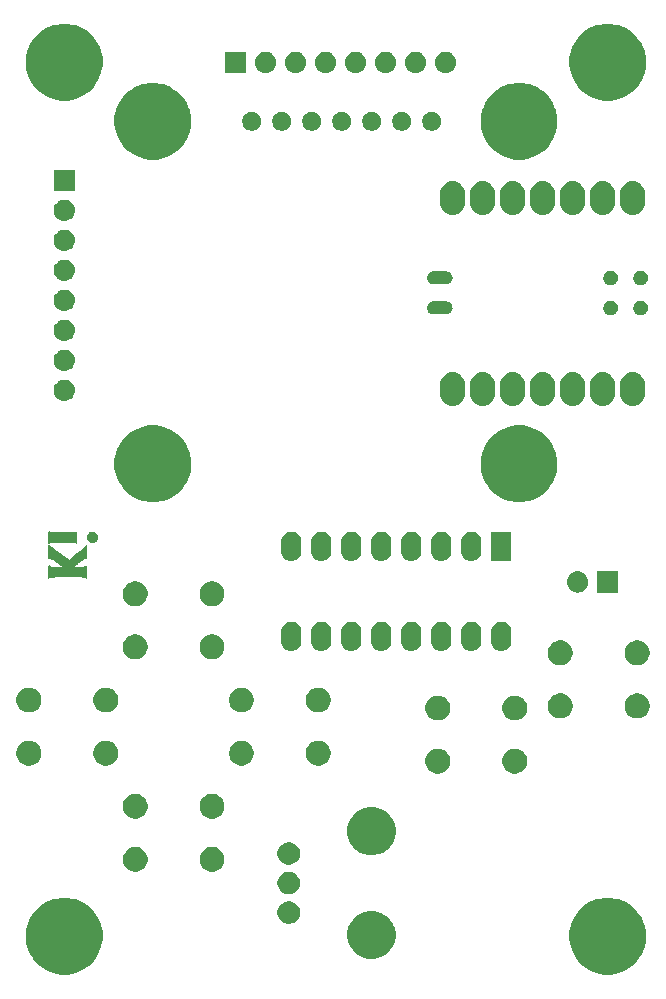
<source format=gbs>
%TF.GenerationSoftware,KiCad,Pcbnew,5.0.2+dfsg1-1*%
%TF.CreationDate,2022-04-10T01:54:42-07:00*%
%TF.ProjectId,keygame,6b657967-616d-4652-9e6b-696361645f70,rev?*%
%TF.SameCoordinates,Original*%
%TF.FileFunction,Soldermask,Bot*%
%TF.FilePolarity,Negative*%
%FSLAX46Y46*%
G04 Gerber Fmt 4.6, Leading zero omitted, Abs format (unit mm)*
G04 Created by KiCad (PCBNEW 5.0.2+dfsg1-1) date Sun 10 Apr 2022 01:54:42 AM PDT*
%MOMM*%
%LPD*%
G01*
G04 APERTURE LIST*
%ADD10C,0.010000*%
%ADD11C,0.100000*%
G04 APERTURE END LIST*
D10*
G36*
X140774040Y-61044059D02*
X140707605Y-60926455D01*
X140604955Y-60832977D01*
X140518876Y-60789188D01*
X140380386Y-60758578D01*
X140242409Y-60767679D01*
X140120916Y-60815027D01*
X140102150Y-60827412D01*
X140014592Y-60917851D01*
X139954447Y-61036729D01*
X139924582Y-61169667D01*
X139927866Y-61302287D01*
X139967168Y-61420210D01*
X139979756Y-61440994D01*
X140058606Y-61523263D01*
X140167230Y-61591086D01*
X140284705Y-61633253D01*
X140354201Y-61641600D01*
X140463425Y-61622326D01*
X140577890Y-61571810D01*
X140676842Y-61501018D01*
X140725705Y-61445358D01*
X140786124Y-61313139D01*
X140801224Y-61176163D01*
X140774040Y-61044059D01*
X140774040Y-61044059D01*
G37*
X140774040Y-61044059D02*
X140707605Y-60926455D01*
X140604955Y-60832977D01*
X140518876Y-60789188D01*
X140380386Y-60758578D01*
X140242409Y-60767679D01*
X140120916Y-60815027D01*
X140102150Y-60827412D01*
X140014592Y-60917851D01*
X139954447Y-61036729D01*
X139924582Y-61169667D01*
X139927866Y-61302287D01*
X139967168Y-61420210D01*
X139979756Y-61440994D01*
X140058606Y-61523263D01*
X140167230Y-61591086D01*
X140284705Y-61633253D01*
X140354201Y-61641600D01*
X140463425Y-61622326D01*
X140577890Y-61571810D01*
X140676842Y-61501018D01*
X140725705Y-61445358D01*
X140786124Y-61313139D01*
X140801224Y-61176163D01*
X140774040Y-61044059D01*
G36*
X137907955Y-60803400D02*
X137636472Y-60803179D01*
X137411382Y-60802417D01*
X137228279Y-60800974D01*
X137082760Y-60798706D01*
X136970417Y-60795469D01*
X136886845Y-60791122D01*
X136827641Y-60785520D01*
X136788397Y-60778522D01*
X136764708Y-60769984D01*
X136758605Y-60766108D01*
X136721057Y-60739822D01*
X136692915Y-60729109D01*
X136672826Y-60739290D01*
X136659437Y-60775688D01*
X136651395Y-60843624D01*
X136647347Y-60948422D01*
X136645940Y-61095402D01*
X136645800Y-61209800D01*
X136646485Y-61360082D01*
X136648392Y-61491273D01*
X136651298Y-61595573D01*
X136654983Y-61665181D01*
X136659224Y-61692295D01*
X136659512Y-61692400D01*
X136688546Y-61681845D01*
X136745491Y-61655274D01*
X136772800Y-61641600D01*
X136800240Y-61628734D01*
X136830606Y-61618241D01*
X136869080Y-61609880D01*
X136920845Y-61603409D01*
X136991082Y-61598589D01*
X137084973Y-61595178D01*
X137207699Y-61592935D01*
X137364441Y-61591619D01*
X137560383Y-61590990D01*
X137800704Y-61590805D01*
X137865250Y-61590800D01*
X138122731Y-61591053D01*
X138334251Y-61591929D01*
X138504649Y-61593604D01*
X138638762Y-61596252D01*
X138741429Y-61600050D01*
X138817487Y-61605173D01*
X138871774Y-61611797D01*
X138909128Y-61620097D01*
X138933062Y-61629553D01*
X139008000Y-61668305D01*
X139008000Y-60803400D01*
X137907955Y-60803400D01*
X137907955Y-60803400D01*
G37*
X137907955Y-60803400D02*
X137636472Y-60803179D01*
X137411382Y-60802417D01*
X137228279Y-60800974D01*
X137082760Y-60798706D01*
X136970417Y-60795469D01*
X136886845Y-60791122D01*
X136827641Y-60785520D01*
X136788397Y-60778522D01*
X136764708Y-60769984D01*
X136758605Y-60766108D01*
X136721057Y-60739822D01*
X136692915Y-60729109D01*
X136672826Y-60739290D01*
X136659437Y-60775688D01*
X136651395Y-60843624D01*
X136647347Y-60948422D01*
X136645940Y-61095402D01*
X136645800Y-61209800D01*
X136646485Y-61360082D01*
X136648392Y-61491273D01*
X136651298Y-61595573D01*
X136654983Y-61665181D01*
X136659224Y-61692295D01*
X136659512Y-61692400D01*
X136688546Y-61681845D01*
X136745491Y-61655274D01*
X136772800Y-61641600D01*
X136800240Y-61628734D01*
X136830606Y-61618241D01*
X136869080Y-61609880D01*
X136920845Y-61603409D01*
X136991082Y-61598589D01*
X137084973Y-61595178D01*
X137207699Y-61592935D01*
X137364441Y-61591619D01*
X137560383Y-61590990D01*
X137800704Y-61590805D01*
X137865250Y-61590800D01*
X138122731Y-61591053D01*
X138334251Y-61591929D01*
X138504649Y-61593604D01*
X138638762Y-61596252D01*
X138741429Y-61600050D01*
X138817487Y-61605173D01*
X138871774Y-61611797D01*
X138909128Y-61620097D01*
X138933062Y-61629553D01*
X139008000Y-61668305D01*
X139008000Y-60803400D01*
X137907955Y-60803400D01*
G36*
X139871600Y-62386253D02*
X139871600Y-61840941D01*
X139670213Y-62039721D01*
X139307309Y-62369429D01*
X139033185Y-62583849D01*
X138929600Y-62662297D01*
X138809471Y-62756856D01*
X138685798Y-62856950D01*
X138571581Y-62952002D01*
X138479819Y-63031434D01*
X138452240Y-63056532D01*
X138364788Y-63137964D01*
X138273644Y-63068006D01*
X138084396Y-62932564D01*
X137944950Y-62845022D01*
X137862714Y-62790152D01*
X137783388Y-62728876D01*
X137777393Y-62723727D01*
X137694419Y-62654778D01*
X137591863Y-62574253D01*
X137481712Y-62491058D01*
X137375953Y-62414098D01*
X137286575Y-62352281D01*
X137229453Y-62316624D01*
X137176404Y-62281543D01*
X137097938Y-62223014D01*
X137006748Y-62151180D01*
X136915528Y-62076185D01*
X136836968Y-62008172D01*
X136797980Y-61971800D01*
X136771919Y-61947911D01*
X136724594Y-61905637D01*
X136715430Y-61897523D01*
X136645800Y-61835945D01*
X136645800Y-62962400D01*
X136724077Y-62962400D01*
X136800605Y-62979163D01*
X136905851Y-63026393D01*
X137031761Y-63099507D01*
X137170284Y-63193919D01*
X137284467Y-63281458D01*
X137376687Y-63352732D01*
X137467731Y-63418053D01*
X137540465Y-63465223D01*
X137551167Y-63471329D01*
X137617566Y-63511371D01*
X137665716Y-63546658D01*
X137674500Y-63555301D01*
X137713184Y-63589862D01*
X137769750Y-63630085D01*
X137817907Y-63667774D01*
X137839513Y-63698285D01*
X137839600Y-63699586D01*
X137814909Y-63708462D01*
X137743619Y-63715582D01*
X137629908Y-63720736D01*
X137477956Y-63723717D01*
X137343039Y-63724400D01*
X137163737Y-63723716D01*
X137027730Y-63721305D01*
X136927525Y-63716625D01*
X136855631Y-63709137D01*
X136804557Y-63698302D01*
X136766812Y-63683579D01*
X136765189Y-63682756D01*
X136705509Y-63647283D01*
X136667382Y-63615777D01*
X136665239Y-63612906D01*
X136659677Y-63628403D01*
X136654738Y-63687753D01*
X136650688Y-63784014D01*
X136647793Y-63910241D01*
X136646318Y-64059489D01*
X136646189Y-64111206D01*
X136645800Y-64637711D01*
X136715650Y-64608032D01*
X136774242Y-64579859D01*
X136809630Y-64557776D01*
X136838858Y-64553943D01*
X136914219Y-64550343D01*
X137031049Y-64547041D01*
X137184683Y-64544104D01*
X137370454Y-64541601D01*
X137583698Y-64539596D01*
X137819749Y-64538158D01*
X138073941Y-64537353D01*
X138245710Y-64537201D01*
X138549689Y-64537259D01*
X138807088Y-64537530D01*
X139022126Y-64538154D01*
X139199022Y-64539274D01*
X139341996Y-64541031D01*
X139455267Y-64543567D01*
X139543055Y-64547024D01*
X139609579Y-64551543D01*
X139659059Y-64557267D01*
X139695714Y-64564338D01*
X139723763Y-64572896D01*
X139747426Y-64583084D01*
X139757301Y-64588001D01*
X139819131Y-64618756D01*
X139858340Y-64636810D01*
X139864271Y-64638801D01*
X139866493Y-64614665D01*
X139868444Y-64547312D01*
X139870016Y-64444328D01*
X139871099Y-64313294D01*
X139871585Y-64161795D01*
X139871600Y-64128083D01*
X139871336Y-63954940D01*
X139870169Y-63826371D01*
X139867536Y-63736154D01*
X139862877Y-63678063D01*
X139855628Y-63645876D01*
X139845228Y-63633368D01*
X139831115Y-63634314D01*
X139827150Y-63635836D01*
X139738327Y-63669195D01*
X139649819Y-63693261D01*
X139550859Y-63709420D01*
X139430679Y-63719058D01*
X139278512Y-63723560D01*
X139138912Y-63724400D01*
X138719096Y-63724401D01*
X138792100Y-63648201D01*
X138842443Y-63600587D01*
X138879722Y-63574006D01*
X138886517Y-63572000D01*
X138912450Y-63556863D01*
X138965872Y-63517372D01*
X139035855Y-63462412D01*
X139111471Y-63400868D01*
X139181791Y-63341623D01*
X139235886Y-63293561D01*
X139262000Y-63266761D01*
X139289266Y-63244439D01*
X139345370Y-63206064D01*
X139389000Y-63178198D01*
X139476702Y-63119995D01*
X139563302Y-63057049D01*
X139591638Y-63034701D01*
X139658264Y-62989987D01*
X139719357Y-62964592D01*
X139735610Y-62962400D01*
X139779323Y-62961878D01*
X139812498Y-62956209D01*
X139836588Y-62939238D01*
X139853045Y-62904811D01*
X139863323Y-62846774D01*
X139868873Y-62758972D01*
X139871149Y-62635250D01*
X139871604Y-62469455D01*
X139871600Y-62386253D01*
X139871600Y-62386253D01*
G37*
X139871600Y-62386253D02*
X139871600Y-61840941D01*
X139670213Y-62039721D01*
X139307309Y-62369429D01*
X139033185Y-62583849D01*
X138929600Y-62662297D01*
X138809471Y-62756856D01*
X138685798Y-62856950D01*
X138571581Y-62952002D01*
X138479819Y-63031434D01*
X138452240Y-63056532D01*
X138364788Y-63137964D01*
X138273644Y-63068006D01*
X138084396Y-62932564D01*
X137944950Y-62845022D01*
X137862714Y-62790152D01*
X137783388Y-62728876D01*
X137777393Y-62723727D01*
X137694419Y-62654778D01*
X137591863Y-62574253D01*
X137481712Y-62491058D01*
X137375953Y-62414098D01*
X137286575Y-62352281D01*
X137229453Y-62316624D01*
X137176404Y-62281543D01*
X137097938Y-62223014D01*
X137006748Y-62151180D01*
X136915528Y-62076185D01*
X136836968Y-62008172D01*
X136797980Y-61971800D01*
X136771919Y-61947911D01*
X136724594Y-61905637D01*
X136715430Y-61897523D01*
X136645800Y-61835945D01*
X136645800Y-62962400D01*
X136724077Y-62962400D01*
X136800605Y-62979163D01*
X136905851Y-63026393D01*
X137031761Y-63099507D01*
X137170284Y-63193919D01*
X137284467Y-63281458D01*
X137376687Y-63352732D01*
X137467731Y-63418053D01*
X137540465Y-63465223D01*
X137551167Y-63471329D01*
X137617566Y-63511371D01*
X137665716Y-63546658D01*
X137674500Y-63555301D01*
X137713184Y-63589862D01*
X137769750Y-63630085D01*
X137817907Y-63667774D01*
X137839513Y-63698285D01*
X137839600Y-63699586D01*
X137814909Y-63708462D01*
X137743619Y-63715582D01*
X137629908Y-63720736D01*
X137477956Y-63723717D01*
X137343039Y-63724400D01*
X137163737Y-63723716D01*
X137027730Y-63721305D01*
X136927525Y-63716625D01*
X136855631Y-63709137D01*
X136804557Y-63698302D01*
X136766812Y-63683579D01*
X136765189Y-63682756D01*
X136705509Y-63647283D01*
X136667382Y-63615777D01*
X136665239Y-63612906D01*
X136659677Y-63628403D01*
X136654738Y-63687753D01*
X136650688Y-63784014D01*
X136647793Y-63910241D01*
X136646318Y-64059489D01*
X136646189Y-64111206D01*
X136645800Y-64637711D01*
X136715650Y-64608032D01*
X136774242Y-64579859D01*
X136809630Y-64557776D01*
X136838858Y-64553943D01*
X136914219Y-64550343D01*
X137031049Y-64547041D01*
X137184683Y-64544104D01*
X137370454Y-64541601D01*
X137583698Y-64539596D01*
X137819749Y-64538158D01*
X138073941Y-64537353D01*
X138245710Y-64537201D01*
X138549689Y-64537259D01*
X138807088Y-64537530D01*
X139022126Y-64538154D01*
X139199022Y-64539274D01*
X139341996Y-64541031D01*
X139455267Y-64543567D01*
X139543055Y-64547024D01*
X139609579Y-64551543D01*
X139659059Y-64557267D01*
X139695714Y-64564338D01*
X139723763Y-64572896D01*
X139747426Y-64583084D01*
X139757301Y-64588001D01*
X139819131Y-64618756D01*
X139858340Y-64636810D01*
X139864271Y-64638801D01*
X139866493Y-64614665D01*
X139868444Y-64547312D01*
X139870016Y-64444328D01*
X139871099Y-64313294D01*
X139871585Y-64161795D01*
X139871600Y-64128083D01*
X139871336Y-63954940D01*
X139870169Y-63826371D01*
X139867536Y-63736154D01*
X139862877Y-63678063D01*
X139855628Y-63645876D01*
X139845228Y-63633368D01*
X139831115Y-63634314D01*
X139827150Y-63635836D01*
X139738327Y-63669195D01*
X139649819Y-63693261D01*
X139550859Y-63709420D01*
X139430679Y-63719058D01*
X139278512Y-63723560D01*
X139138912Y-63724400D01*
X138719096Y-63724401D01*
X138792100Y-63648201D01*
X138842443Y-63600587D01*
X138879722Y-63574006D01*
X138886517Y-63572000D01*
X138912450Y-63556863D01*
X138965872Y-63517372D01*
X139035855Y-63462412D01*
X139111471Y-63400868D01*
X139181791Y-63341623D01*
X139235886Y-63293561D01*
X139262000Y-63266761D01*
X139289266Y-63244439D01*
X139345370Y-63206064D01*
X139389000Y-63178198D01*
X139476702Y-63119995D01*
X139563302Y-63057049D01*
X139591638Y-63034701D01*
X139658264Y-62989987D01*
X139719357Y-62964592D01*
X139735610Y-62962400D01*
X139779323Y-62961878D01*
X139812498Y-62956209D01*
X139836588Y-62939238D01*
X139853045Y-62904811D01*
X139863323Y-62846774D01*
X139868873Y-62758972D01*
X139871149Y-62635250D01*
X139871604Y-62469455D01*
X139871600Y-62386253D01*
D11*
G36*
X184634239Y-91811467D02*
X184948282Y-91873934D01*
X185539926Y-92119001D01*
X186062910Y-92468448D01*
X186072395Y-92474786D01*
X186525214Y-92927605D01*
X186525216Y-92927608D01*
X186880999Y-93460074D01*
X187075022Y-93928487D01*
X187126066Y-94051719D01*
X187251000Y-94679803D01*
X187251000Y-95320197D01*
X187215582Y-95498255D01*
X187126066Y-95948282D01*
X186880999Y-96539926D01*
X186658993Y-96872181D01*
X186525214Y-97072395D01*
X186072395Y-97525214D01*
X186072392Y-97525216D01*
X185539926Y-97880999D01*
X184948282Y-98126066D01*
X184634239Y-98188533D01*
X184320197Y-98251000D01*
X183679803Y-98251000D01*
X183365761Y-98188533D01*
X183051718Y-98126066D01*
X182460074Y-97880999D01*
X181927608Y-97525216D01*
X181927605Y-97525214D01*
X181474786Y-97072395D01*
X181341007Y-96872181D01*
X181119001Y-96539926D01*
X180873934Y-95948282D01*
X180784418Y-95498255D01*
X180749000Y-95320197D01*
X180749000Y-94679803D01*
X180873934Y-94051719D01*
X180924978Y-93928487D01*
X181119001Y-93460074D01*
X181474784Y-92927608D01*
X181474786Y-92927605D01*
X181927605Y-92474786D01*
X181937090Y-92468448D01*
X182460074Y-92119001D01*
X183051718Y-91873934D01*
X183365761Y-91811467D01*
X183679803Y-91749000D01*
X184320197Y-91749000D01*
X184634239Y-91811467D01*
X184634239Y-91811467D01*
G37*
G36*
X138634239Y-91811467D02*
X138948282Y-91873934D01*
X139539926Y-92119001D01*
X140062910Y-92468448D01*
X140072395Y-92474786D01*
X140525214Y-92927605D01*
X140525216Y-92927608D01*
X140880999Y-93460074D01*
X141075022Y-93928487D01*
X141126066Y-94051719D01*
X141251000Y-94679803D01*
X141251000Y-95320197D01*
X141215582Y-95498255D01*
X141126066Y-95948282D01*
X140880999Y-96539926D01*
X140658993Y-96872181D01*
X140525214Y-97072395D01*
X140072395Y-97525214D01*
X140072392Y-97525216D01*
X139539926Y-97880999D01*
X138948282Y-98126066D01*
X138634239Y-98188533D01*
X138320197Y-98251000D01*
X137679803Y-98251000D01*
X137365761Y-98188533D01*
X137051718Y-98126066D01*
X136460074Y-97880999D01*
X135927608Y-97525216D01*
X135927605Y-97525214D01*
X135474786Y-97072395D01*
X135341007Y-96872181D01*
X135119001Y-96539926D01*
X134873934Y-95948282D01*
X134784418Y-95498255D01*
X134749000Y-95320197D01*
X134749000Y-94679803D01*
X134873934Y-94051719D01*
X134924978Y-93928487D01*
X135119001Y-93460074D01*
X135474784Y-92927608D01*
X135474786Y-92927605D01*
X135927605Y-92474786D01*
X135937090Y-92468448D01*
X136460074Y-92119001D01*
X137051718Y-91873934D01*
X137365761Y-91811467D01*
X137679803Y-91749000D01*
X138320197Y-91749000D01*
X138634239Y-91811467D01*
X138634239Y-91811467D01*
G37*
G36*
X164598252Y-92927818D02*
X164598254Y-92927819D01*
X164598255Y-92927819D01*
X164971513Y-93082427D01*
X165104658Y-93171392D01*
X165307439Y-93306886D01*
X165593114Y-93592561D01*
X165593116Y-93592564D01*
X165817573Y-93928487D01*
X165868617Y-94051719D01*
X165972182Y-94301748D01*
X166051000Y-94697993D01*
X166051000Y-95102007D01*
X165985029Y-95433668D01*
X165972181Y-95498255D01*
X165817573Y-95871513D01*
X165817572Y-95871514D01*
X165593114Y-96207439D01*
X165307439Y-96493114D01*
X165307436Y-96493116D01*
X164971513Y-96717573D01*
X164598255Y-96872181D01*
X164598254Y-96872181D01*
X164598252Y-96872182D01*
X164202007Y-96951000D01*
X163797993Y-96951000D01*
X163401748Y-96872182D01*
X163401746Y-96872181D01*
X163401745Y-96872181D01*
X163028487Y-96717573D01*
X162692564Y-96493116D01*
X162692561Y-96493114D01*
X162406886Y-96207439D01*
X162182428Y-95871514D01*
X162182427Y-95871513D01*
X162027819Y-95498255D01*
X162014972Y-95433668D01*
X161949000Y-95102007D01*
X161949000Y-94697993D01*
X162027818Y-94301748D01*
X162131383Y-94051719D01*
X162182427Y-93928487D01*
X162406884Y-93592564D01*
X162406886Y-93592561D01*
X162692561Y-93306886D01*
X162895342Y-93171392D01*
X163028487Y-93082427D01*
X163401745Y-92927819D01*
X163401746Y-92927819D01*
X163401748Y-92927818D01*
X163797993Y-92849000D01*
X164202007Y-92849000D01*
X164598252Y-92927818D01*
X164598252Y-92927818D01*
G37*
G36*
X157277396Y-92085546D02*
X157450466Y-92157234D01*
X157606230Y-92261312D01*
X157738688Y-92393770D01*
X157842766Y-92549534D01*
X157914454Y-92722604D01*
X157951000Y-92906333D01*
X157951000Y-93093667D01*
X157914454Y-93277396D01*
X157842766Y-93450466D01*
X157738688Y-93606230D01*
X157606230Y-93738688D01*
X157450466Y-93842766D01*
X157277396Y-93914454D01*
X157093667Y-93951000D01*
X156906333Y-93951000D01*
X156722604Y-93914454D01*
X156549534Y-93842766D01*
X156393770Y-93738688D01*
X156261312Y-93606230D01*
X156157234Y-93450466D01*
X156085546Y-93277396D01*
X156049000Y-93093667D01*
X156049000Y-92906333D01*
X156085546Y-92722604D01*
X156157234Y-92549534D01*
X156261312Y-92393770D01*
X156393770Y-92261312D01*
X156549534Y-92157234D01*
X156722604Y-92085546D01*
X156906333Y-92049000D01*
X157093667Y-92049000D01*
X157277396Y-92085546D01*
X157277396Y-92085546D01*
G37*
G36*
X157277396Y-89585546D02*
X157450466Y-89657234D01*
X157606230Y-89761312D01*
X157738688Y-89893770D01*
X157842766Y-90049534D01*
X157914454Y-90222604D01*
X157951000Y-90406333D01*
X157951000Y-90593667D01*
X157914454Y-90777396D01*
X157842766Y-90950466D01*
X157738688Y-91106230D01*
X157606230Y-91238688D01*
X157450466Y-91342766D01*
X157277396Y-91414454D01*
X157093667Y-91451000D01*
X156906333Y-91451000D01*
X156722604Y-91414454D01*
X156549534Y-91342766D01*
X156393770Y-91238688D01*
X156261312Y-91106230D01*
X156157234Y-90950466D01*
X156085546Y-90777396D01*
X156049000Y-90593667D01*
X156049000Y-90406333D01*
X156085546Y-90222604D01*
X156157234Y-90049534D01*
X156261312Y-89893770D01*
X156393770Y-89761312D01*
X156549534Y-89657234D01*
X156722604Y-89585546D01*
X156906333Y-89549000D01*
X157093667Y-89549000D01*
X157277396Y-89585546D01*
X157277396Y-89585546D01*
G37*
G36*
X144306565Y-87489389D02*
X144497834Y-87568615D01*
X144669976Y-87683637D01*
X144816363Y-87830024D01*
X144931385Y-88002166D01*
X145010611Y-88193435D01*
X145051000Y-88396484D01*
X145051000Y-88603516D01*
X145010611Y-88806565D01*
X144931385Y-88997834D01*
X144816363Y-89169976D01*
X144669976Y-89316363D01*
X144497834Y-89431385D01*
X144306565Y-89510611D01*
X144103516Y-89551000D01*
X143896484Y-89551000D01*
X143693435Y-89510611D01*
X143502166Y-89431385D01*
X143330024Y-89316363D01*
X143183637Y-89169976D01*
X143068615Y-88997834D01*
X142989389Y-88806565D01*
X142949000Y-88603516D01*
X142949000Y-88396484D01*
X142989389Y-88193435D01*
X143068615Y-88002166D01*
X143183637Y-87830024D01*
X143330024Y-87683637D01*
X143502166Y-87568615D01*
X143693435Y-87489389D01*
X143896484Y-87449000D01*
X144103516Y-87449000D01*
X144306565Y-87489389D01*
X144306565Y-87489389D01*
G37*
G36*
X150806565Y-87489389D02*
X150997834Y-87568615D01*
X151169976Y-87683637D01*
X151316363Y-87830024D01*
X151431385Y-88002166D01*
X151510611Y-88193435D01*
X151551000Y-88396484D01*
X151551000Y-88603516D01*
X151510611Y-88806565D01*
X151431385Y-88997834D01*
X151316363Y-89169976D01*
X151169976Y-89316363D01*
X150997834Y-89431385D01*
X150806565Y-89510611D01*
X150603516Y-89551000D01*
X150396484Y-89551000D01*
X150193435Y-89510611D01*
X150002166Y-89431385D01*
X149830024Y-89316363D01*
X149683637Y-89169976D01*
X149568615Y-88997834D01*
X149489389Y-88806565D01*
X149449000Y-88603516D01*
X149449000Y-88396484D01*
X149489389Y-88193435D01*
X149568615Y-88002166D01*
X149683637Y-87830024D01*
X149830024Y-87683637D01*
X150002166Y-87568615D01*
X150193435Y-87489389D01*
X150396484Y-87449000D01*
X150603516Y-87449000D01*
X150806565Y-87489389D01*
X150806565Y-87489389D01*
G37*
G36*
X157277396Y-87085546D02*
X157450466Y-87157234D01*
X157606230Y-87261312D01*
X157738688Y-87393770D01*
X157842766Y-87549534D01*
X157914454Y-87722604D01*
X157951000Y-87906333D01*
X157951000Y-88093667D01*
X157914454Y-88277396D01*
X157842766Y-88450466D01*
X157738688Y-88606230D01*
X157606230Y-88738688D01*
X157450466Y-88842766D01*
X157277396Y-88914454D01*
X157093667Y-88951000D01*
X156906333Y-88951000D01*
X156722604Y-88914454D01*
X156549534Y-88842766D01*
X156393770Y-88738688D01*
X156261312Y-88606230D01*
X156157234Y-88450466D01*
X156085546Y-88277396D01*
X156049000Y-88093667D01*
X156049000Y-87906333D01*
X156085546Y-87722604D01*
X156157234Y-87549534D01*
X156261312Y-87393770D01*
X156393770Y-87261312D01*
X156549534Y-87157234D01*
X156722604Y-87085546D01*
X156906333Y-87049000D01*
X157093667Y-87049000D01*
X157277396Y-87085546D01*
X157277396Y-87085546D01*
G37*
G36*
X164598252Y-84127818D02*
X164598254Y-84127819D01*
X164598255Y-84127819D01*
X164971513Y-84282427D01*
X164971514Y-84282428D01*
X165307439Y-84506886D01*
X165593114Y-84792561D01*
X165593116Y-84792564D01*
X165817573Y-85128487D01*
X165972181Y-85501745D01*
X166051000Y-85897994D01*
X166051000Y-86302006D01*
X165972181Y-86698255D01*
X165817573Y-87071513D01*
X165760296Y-87157234D01*
X165593114Y-87407439D01*
X165307439Y-87693114D01*
X165307436Y-87693116D01*
X164971513Y-87917573D01*
X164598255Y-88072181D01*
X164598254Y-88072181D01*
X164598252Y-88072182D01*
X164202007Y-88151000D01*
X163797993Y-88151000D01*
X163401748Y-88072182D01*
X163401746Y-88072181D01*
X163401745Y-88072181D01*
X163028487Y-87917573D01*
X162692564Y-87693116D01*
X162692561Y-87693114D01*
X162406886Y-87407439D01*
X162239704Y-87157234D01*
X162182427Y-87071513D01*
X162027819Y-86698255D01*
X161949000Y-86302006D01*
X161949000Y-85897994D01*
X162027819Y-85501745D01*
X162182427Y-85128487D01*
X162406884Y-84792564D01*
X162406886Y-84792561D01*
X162692561Y-84506886D01*
X163028486Y-84282428D01*
X163028487Y-84282427D01*
X163401745Y-84127819D01*
X163401746Y-84127819D01*
X163401748Y-84127818D01*
X163797993Y-84049000D01*
X164202007Y-84049000D01*
X164598252Y-84127818D01*
X164598252Y-84127818D01*
G37*
G36*
X150806565Y-82989389D02*
X150997834Y-83068615D01*
X151169976Y-83183637D01*
X151316363Y-83330024D01*
X151431385Y-83502166D01*
X151510611Y-83693435D01*
X151551000Y-83896484D01*
X151551000Y-84103516D01*
X151510611Y-84306565D01*
X151431385Y-84497834D01*
X151316363Y-84669976D01*
X151169976Y-84816363D01*
X150997834Y-84931385D01*
X150806565Y-85010611D01*
X150603516Y-85051000D01*
X150396484Y-85051000D01*
X150193435Y-85010611D01*
X150002166Y-84931385D01*
X149830024Y-84816363D01*
X149683637Y-84669976D01*
X149568615Y-84497834D01*
X149489389Y-84306565D01*
X149449000Y-84103516D01*
X149449000Y-83896484D01*
X149489389Y-83693435D01*
X149568615Y-83502166D01*
X149683637Y-83330024D01*
X149830024Y-83183637D01*
X150002166Y-83068615D01*
X150193435Y-82989389D01*
X150396484Y-82949000D01*
X150603516Y-82949000D01*
X150806565Y-82989389D01*
X150806565Y-82989389D01*
G37*
G36*
X144306565Y-82989389D02*
X144497834Y-83068615D01*
X144669976Y-83183637D01*
X144816363Y-83330024D01*
X144931385Y-83502166D01*
X145010611Y-83693435D01*
X145051000Y-83896484D01*
X145051000Y-84103516D01*
X145010611Y-84306565D01*
X144931385Y-84497834D01*
X144816363Y-84669976D01*
X144669976Y-84816363D01*
X144497834Y-84931385D01*
X144306565Y-85010611D01*
X144103516Y-85051000D01*
X143896484Y-85051000D01*
X143693435Y-85010611D01*
X143502166Y-84931385D01*
X143330024Y-84816363D01*
X143183637Y-84669976D01*
X143068615Y-84497834D01*
X142989389Y-84306565D01*
X142949000Y-84103516D01*
X142949000Y-83896484D01*
X142989389Y-83693435D01*
X143068615Y-83502166D01*
X143183637Y-83330024D01*
X143330024Y-83183637D01*
X143502166Y-83068615D01*
X143693435Y-82989389D01*
X143896484Y-82949000D01*
X144103516Y-82949000D01*
X144306565Y-82989389D01*
X144306565Y-82989389D01*
G37*
G36*
X169931566Y-79164390D02*
X170122835Y-79243616D01*
X170294977Y-79358638D01*
X170441364Y-79505025D01*
X170556386Y-79677167D01*
X170635612Y-79868436D01*
X170676001Y-80071485D01*
X170676001Y-80278517D01*
X170635612Y-80481566D01*
X170556386Y-80672835D01*
X170441364Y-80844977D01*
X170294977Y-80991364D01*
X170122835Y-81106386D01*
X169931566Y-81185612D01*
X169728517Y-81226001D01*
X169521485Y-81226001D01*
X169318436Y-81185612D01*
X169127167Y-81106386D01*
X168955025Y-80991364D01*
X168808638Y-80844977D01*
X168693616Y-80672835D01*
X168614390Y-80481566D01*
X168574001Y-80278517D01*
X168574001Y-80071485D01*
X168614390Y-79868436D01*
X168693616Y-79677167D01*
X168808638Y-79505025D01*
X168955025Y-79358638D01*
X169127167Y-79243616D01*
X169318436Y-79164390D01*
X169521485Y-79124001D01*
X169728517Y-79124001D01*
X169931566Y-79164390D01*
X169931566Y-79164390D01*
G37*
G36*
X176431566Y-79164390D02*
X176622835Y-79243616D01*
X176794977Y-79358638D01*
X176941364Y-79505025D01*
X177056386Y-79677167D01*
X177135612Y-79868436D01*
X177176001Y-80071485D01*
X177176001Y-80278517D01*
X177135612Y-80481566D01*
X177056386Y-80672835D01*
X176941364Y-80844977D01*
X176794977Y-80991364D01*
X176622835Y-81106386D01*
X176431566Y-81185612D01*
X176228517Y-81226001D01*
X176021485Y-81226001D01*
X175818436Y-81185612D01*
X175627167Y-81106386D01*
X175455025Y-80991364D01*
X175308638Y-80844977D01*
X175193616Y-80672835D01*
X175114390Y-80481566D01*
X175074001Y-80278517D01*
X175074001Y-80071485D01*
X175114390Y-79868436D01*
X175193616Y-79677167D01*
X175308638Y-79505025D01*
X175455025Y-79358638D01*
X175627167Y-79243616D01*
X175818436Y-79164390D01*
X176021485Y-79124001D01*
X176228517Y-79124001D01*
X176431566Y-79164390D01*
X176431566Y-79164390D01*
G37*
G36*
X153306565Y-78489389D02*
X153497834Y-78568615D01*
X153669976Y-78683637D01*
X153816363Y-78830024D01*
X153931385Y-79002166D01*
X154010611Y-79193435D01*
X154051000Y-79396484D01*
X154051000Y-79603516D01*
X154010611Y-79806565D01*
X153931385Y-79997834D01*
X153816363Y-80169976D01*
X153669976Y-80316363D01*
X153497834Y-80431385D01*
X153306565Y-80510611D01*
X153103516Y-80551000D01*
X152896484Y-80551000D01*
X152693435Y-80510611D01*
X152502166Y-80431385D01*
X152330024Y-80316363D01*
X152183637Y-80169976D01*
X152068615Y-79997834D01*
X151989389Y-79806565D01*
X151949000Y-79603516D01*
X151949000Y-79396484D01*
X151989389Y-79193435D01*
X152068615Y-79002166D01*
X152183637Y-78830024D01*
X152330024Y-78683637D01*
X152502166Y-78568615D01*
X152693435Y-78489389D01*
X152896484Y-78449000D01*
X153103516Y-78449000D01*
X153306565Y-78489389D01*
X153306565Y-78489389D01*
G37*
G36*
X159806565Y-78489389D02*
X159997834Y-78568615D01*
X160169976Y-78683637D01*
X160316363Y-78830024D01*
X160431385Y-79002166D01*
X160510611Y-79193435D01*
X160551000Y-79396484D01*
X160551000Y-79603516D01*
X160510611Y-79806565D01*
X160431385Y-79997834D01*
X160316363Y-80169976D01*
X160169976Y-80316363D01*
X159997834Y-80431385D01*
X159806565Y-80510611D01*
X159603516Y-80551000D01*
X159396484Y-80551000D01*
X159193435Y-80510611D01*
X159002166Y-80431385D01*
X158830024Y-80316363D01*
X158683637Y-80169976D01*
X158568615Y-79997834D01*
X158489389Y-79806565D01*
X158449000Y-79603516D01*
X158449000Y-79396484D01*
X158489389Y-79193435D01*
X158568615Y-79002166D01*
X158683637Y-78830024D01*
X158830024Y-78683637D01*
X159002166Y-78568615D01*
X159193435Y-78489389D01*
X159396484Y-78449000D01*
X159603516Y-78449000D01*
X159806565Y-78489389D01*
X159806565Y-78489389D01*
G37*
G36*
X135306565Y-78489389D02*
X135497834Y-78568615D01*
X135669976Y-78683637D01*
X135816363Y-78830024D01*
X135931385Y-79002166D01*
X136010611Y-79193435D01*
X136051000Y-79396484D01*
X136051000Y-79603516D01*
X136010611Y-79806565D01*
X135931385Y-79997834D01*
X135816363Y-80169976D01*
X135669976Y-80316363D01*
X135497834Y-80431385D01*
X135306565Y-80510611D01*
X135103516Y-80551000D01*
X134896484Y-80551000D01*
X134693435Y-80510611D01*
X134502166Y-80431385D01*
X134330024Y-80316363D01*
X134183637Y-80169976D01*
X134068615Y-79997834D01*
X133989389Y-79806565D01*
X133949000Y-79603516D01*
X133949000Y-79396484D01*
X133989389Y-79193435D01*
X134068615Y-79002166D01*
X134183637Y-78830024D01*
X134330024Y-78683637D01*
X134502166Y-78568615D01*
X134693435Y-78489389D01*
X134896484Y-78449000D01*
X135103516Y-78449000D01*
X135306565Y-78489389D01*
X135306565Y-78489389D01*
G37*
G36*
X141806565Y-78489389D02*
X141997834Y-78568615D01*
X142169976Y-78683637D01*
X142316363Y-78830024D01*
X142431385Y-79002166D01*
X142510611Y-79193435D01*
X142551000Y-79396484D01*
X142551000Y-79603516D01*
X142510611Y-79806565D01*
X142431385Y-79997834D01*
X142316363Y-80169976D01*
X142169976Y-80316363D01*
X141997834Y-80431385D01*
X141806565Y-80510611D01*
X141603516Y-80551000D01*
X141396484Y-80551000D01*
X141193435Y-80510611D01*
X141002166Y-80431385D01*
X140830024Y-80316363D01*
X140683637Y-80169976D01*
X140568615Y-79997834D01*
X140489389Y-79806565D01*
X140449000Y-79603516D01*
X140449000Y-79396484D01*
X140489389Y-79193435D01*
X140568615Y-79002166D01*
X140683637Y-78830024D01*
X140830024Y-78683637D01*
X141002166Y-78568615D01*
X141193435Y-78489389D01*
X141396484Y-78449000D01*
X141603516Y-78449000D01*
X141806565Y-78489389D01*
X141806565Y-78489389D01*
G37*
G36*
X169931566Y-74664390D02*
X170122835Y-74743616D01*
X170294977Y-74858638D01*
X170441364Y-75005025D01*
X170556386Y-75177167D01*
X170635612Y-75368436D01*
X170676001Y-75571485D01*
X170676001Y-75778517D01*
X170635612Y-75981566D01*
X170556386Y-76172835D01*
X170441364Y-76344977D01*
X170294977Y-76491364D01*
X170122835Y-76606386D01*
X169931566Y-76685612D01*
X169728517Y-76726001D01*
X169521485Y-76726001D01*
X169318436Y-76685612D01*
X169127167Y-76606386D01*
X168955025Y-76491364D01*
X168808638Y-76344977D01*
X168693616Y-76172835D01*
X168614390Y-75981566D01*
X168574001Y-75778517D01*
X168574001Y-75571485D01*
X168614390Y-75368436D01*
X168693616Y-75177167D01*
X168808638Y-75005025D01*
X168955025Y-74858638D01*
X169127167Y-74743616D01*
X169318436Y-74664390D01*
X169521485Y-74624001D01*
X169728517Y-74624001D01*
X169931566Y-74664390D01*
X169931566Y-74664390D01*
G37*
G36*
X176431566Y-74664390D02*
X176622835Y-74743616D01*
X176794977Y-74858638D01*
X176941364Y-75005025D01*
X177056386Y-75177167D01*
X177135612Y-75368436D01*
X177176001Y-75571485D01*
X177176001Y-75778517D01*
X177135612Y-75981566D01*
X177056386Y-76172835D01*
X176941364Y-76344977D01*
X176794977Y-76491364D01*
X176622835Y-76606386D01*
X176431566Y-76685612D01*
X176228517Y-76726001D01*
X176021485Y-76726001D01*
X175818436Y-76685612D01*
X175627167Y-76606386D01*
X175455025Y-76491364D01*
X175308638Y-76344977D01*
X175193616Y-76172835D01*
X175114390Y-75981566D01*
X175074001Y-75778517D01*
X175074001Y-75571485D01*
X175114390Y-75368436D01*
X175193616Y-75177167D01*
X175308638Y-75005025D01*
X175455025Y-74858638D01*
X175627167Y-74743616D01*
X175818436Y-74664390D01*
X176021485Y-74624001D01*
X176228517Y-74624001D01*
X176431566Y-74664390D01*
X176431566Y-74664390D01*
G37*
G36*
X186806565Y-74489389D02*
X186997834Y-74568615D01*
X187169976Y-74683637D01*
X187316363Y-74830024D01*
X187431385Y-75002166D01*
X187510611Y-75193435D01*
X187551000Y-75396484D01*
X187551000Y-75603516D01*
X187510611Y-75806565D01*
X187431385Y-75997834D01*
X187316363Y-76169976D01*
X187169976Y-76316363D01*
X186997834Y-76431385D01*
X186806565Y-76510611D01*
X186603516Y-76551000D01*
X186396484Y-76551000D01*
X186193435Y-76510611D01*
X186002166Y-76431385D01*
X185830024Y-76316363D01*
X185683637Y-76169976D01*
X185568615Y-75997834D01*
X185489389Y-75806565D01*
X185449000Y-75603516D01*
X185449000Y-75396484D01*
X185489389Y-75193435D01*
X185568615Y-75002166D01*
X185683637Y-74830024D01*
X185830024Y-74683637D01*
X186002166Y-74568615D01*
X186193435Y-74489389D01*
X186396484Y-74449000D01*
X186603516Y-74449000D01*
X186806565Y-74489389D01*
X186806565Y-74489389D01*
G37*
G36*
X180306565Y-74489389D02*
X180497834Y-74568615D01*
X180669976Y-74683637D01*
X180816363Y-74830024D01*
X180931385Y-75002166D01*
X181010611Y-75193435D01*
X181051000Y-75396484D01*
X181051000Y-75603516D01*
X181010611Y-75806565D01*
X180931385Y-75997834D01*
X180816363Y-76169976D01*
X180669976Y-76316363D01*
X180497834Y-76431385D01*
X180306565Y-76510611D01*
X180103516Y-76551000D01*
X179896484Y-76551000D01*
X179693435Y-76510611D01*
X179502166Y-76431385D01*
X179330024Y-76316363D01*
X179183637Y-76169976D01*
X179068615Y-75997834D01*
X178989389Y-75806565D01*
X178949000Y-75603516D01*
X178949000Y-75396484D01*
X178989389Y-75193435D01*
X179068615Y-75002166D01*
X179183637Y-74830024D01*
X179330024Y-74683637D01*
X179502166Y-74568615D01*
X179693435Y-74489389D01*
X179896484Y-74449000D01*
X180103516Y-74449000D01*
X180306565Y-74489389D01*
X180306565Y-74489389D01*
G37*
G36*
X159806565Y-73989389D02*
X159997834Y-74068615D01*
X160169976Y-74183637D01*
X160316363Y-74330024D01*
X160431385Y-74502166D01*
X160510611Y-74693435D01*
X160551000Y-74896484D01*
X160551000Y-75103516D01*
X160510611Y-75306565D01*
X160431385Y-75497834D01*
X160316363Y-75669976D01*
X160169976Y-75816363D01*
X159997834Y-75931385D01*
X159806565Y-76010611D01*
X159603516Y-76051000D01*
X159396484Y-76051000D01*
X159193435Y-76010611D01*
X159002166Y-75931385D01*
X158830024Y-75816363D01*
X158683637Y-75669976D01*
X158568615Y-75497834D01*
X158489389Y-75306565D01*
X158449000Y-75103516D01*
X158449000Y-74896484D01*
X158489389Y-74693435D01*
X158568615Y-74502166D01*
X158683637Y-74330024D01*
X158830024Y-74183637D01*
X159002166Y-74068615D01*
X159193435Y-73989389D01*
X159396484Y-73949000D01*
X159603516Y-73949000D01*
X159806565Y-73989389D01*
X159806565Y-73989389D01*
G37*
G36*
X135306565Y-73989389D02*
X135497834Y-74068615D01*
X135669976Y-74183637D01*
X135816363Y-74330024D01*
X135931385Y-74502166D01*
X136010611Y-74693435D01*
X136051000Y-74896484D01*
X136051000Y-75103516D01*
X136010611Y-75306565D01*
X135931385Y-75497834D01*
X135816363Y-75669976D01*
X135669976Y-75816363D01*
X135497834Y-75931385D01*
X135306565Y-76010611D01*
X135103516Y-76051000D01*
X134896484Y-76051000D01*
X134693435Y-76010611D01*
X134502166Y-75931385D01*
X134330024Y-75816363D01*
X134183637Y-75669976D01*
X134068615Y-75497834D01*
X133989389Y-75306565D01*
X133949000Y-75103516D01*
X133949000Y-74896484D01*
X133989389Y-74693435D01*
X134068615Y-74502166D01*
X134183637Y-74330024D01*
X134330024Y-74183637D01*
X134502166Y-74068615D01*
X134693435Y-73989389D01*
X134896484Y-73949000D01*
X135103516Y-73949000D01*
X135306565Y-73989389D01*
X135306565Y-73989389D01*
G37*
G36*
X153306565Y-73989389D02*
X153497834Y-74068615D01*
X153669976Y-74183637D01*
X153816363Y-74330024D01*
X153931385Y-74502166D01*
X154010611Y-74693435D01*
X154051000Y-74896484D01*
X154051000Y-75103516D01*
X154010611Y-75306565D01*
X153931385Y-75497834D01*
X153816363Y-75669976D01*
X153669976Y-75816363D01*
X153497834Y-75931385D01*
X153306565Y-76010611D01*
X153103516Y-76051000D01*
X152896484Y-76051000D01*
X152693435Y-76010611D01*
X152502166Y-75931385D01*
X152330024Y-75816363D01*
X152183637Y-75669976D01*
X152068615Y-75497834D01*
X151989389Y-75306565D01*
X151949000Y-75103516D01*
X151949000Y-74896484D01*
X151989389Y-74693435D01*
X152068615Y-74502166D01*
X152183637Y-74330024D01*
X152330024Y-74183637D01*
X152502166Y-74068615D01*
X152693435Y-73989389D01*
X152896484Y-73949000D01*
X153103516Y-73949000D01*
X153306565Y-73989389D01*
X153306565Y-73989389D01*
G37*
G36*
X141806565Y-73989389D02*
X141997834Y-74068615D01*
X142169976Y-74183637D01*
X142316363Y-74330024D01*
X142431385Y-74502166D01*
X142510611Y-74693435D01*
X142551000Y-74896484D01*
X142551000Y-75103516D01*
X142510611Y-75306565D01*
X142431385Y-75497834D01*
X142316363Y-75669976D01*
X142169976Y-75816363D01*
X141997834Y-75931385D01*
X141806565Y-76010611D01*
X141603516Y-76051000D01*
X141396484Y-76051000D01*
X141193435Y-76010611D01*
X141002166Y-75931385D01*
X140830024Y-75816363D01*
X140683637Y-75669976D01*
X140568615Y-75497834D01*
X140489389Y-75306565D01*
X140449000Y-75103516D01*
X140449000Y-74896484D01*
X140489389Y-74693435D01*
X140568615Y-74502166D01*
X140683637Y-74330024D01*
X140830024Y-74183637D01*
X141002166Y-74068615D01*
X141193435Y-73989389D01*
X141396484Y-73949000D01*
X141603516Y-73949000D01*
X141806565Y-73989389D01*
X141806565Y-73989389D01*
G37*
G36*
X186806565Y-69989389D02*
X186997834Y-70068615D01*
X187169976Y-70183637D01*
X187316363Y-70330024D01*
X187431385Y-70502166D01*
X187510611Y-70693435D01*
X187551000Y-70896484D01*
X187551000Y-71103516D01*
X187510611Y-71306565D01*
X187431385Y-71497834D01*
X187316363Y-71669976D01*
X187169976Y-71816363D01*
X186997834Y-71931385D01*
X186806565Y-72010611D01*
X186603516Y-72051000D01*
X186396484Y-72051000D01*
X186193435Y-72010611D01*
X186002166Y-71931385D01*
X185830024Y-71816363D01*
X185683637Y-71669976D01*
X185568615Y-71497834D01*
X185489389Y-71306565D01*
X185449000Y-71103516D01*
X185449000Y-70896484D01*
X185489389Y-70693435D01*
X185568615Y-70502166D01*
X185683637Y-70330024D01*
X185830024Y-70183637D01*
X186002166Y-70068615D01*
X186193435Y-69989389D01*
X186396484Y-69949000D01*
X186603516Y-69949000D01*
X186806565Y-69989389D01*
X186806565Y-69989389D01*
G37*
G36*
X180306565Y-69989389D02*
X180497834Y-70068615D01*
X180669976Y-70183637D01*
X180816363Y-70330024D01*
X180931385Y-70502166D01*
X181010611Y-70693435D01*
X181051000Y-70896484D01*
X181051000Y-71103516D01*
X181010611Y-71306565D01*
X180931385Y-71497834D01*
X180816363Y-71669976D01*
X180669976Y-71816363D01*
X180497834Y-71931385D01*
X180306565Y-72010611D01*
X180103516Y-72051000D01*
X179896484Y-72051000D01*
X179693435Y-72010611D01*
X179502166Y-71931385D01*
X179330024Y-71816363D01*
X179183637Y-71669976D01*
X179068615Y-71497834D01*
X178989389Y-71306565D01*
X178949000Y-71103516D01*
X178949000Y-70896484D01*
X178989389Y-70693435D01*
X179068615Y-70502166D01*
X179183637Y-70330024D01*
X179330024Y-70183637D01*
X179502166Y-70068615D01*
X179693435Y-69989389D01*
X179896484Y-69949000D01*
X180103516Y-69949000D01*
X180306565Y-69989389D01*
X180306565Y-69989389D01*
G37*
G36*
X144306565Y-69489389D02*
X144497834Y-69568615D01*
X144669976Y-69683637D01*
X144816363Y-69830024D01*
X144931385Y-70002166D01*
X145010611Y-70193435D01*
X145051000Y-70396484D01*
X145051000Y-70603516D01*
X145010611Y-70806565D01*
X144931385Y-70997834D01*
X144816363Y-71169976D01*
X144669976Y-71316363D01*
X144497834Y-71431385D01*
X144306565Y-71510611D01*
X144103516Y-71551000D01*
X143896484Y-71551000D01*
X143693435Y-71510611D01*
X143502166Y-71431385D01*
X143330024Y-71316363D01*
X143183637Y-71169976D01*
X143068615Y-70997834D01*
X142989389Y-70806565D01*
X142949000Y-70603516D01*
X142949000Y-70396484D01*
X142989389Y-70193435D01*
X143068615Y-70002166D01*
X143183637Y-69830024D01*
X143330024Y-69683637D01*
X143502166Y-69568615D01*
X143693435Y-69489389D01*
X143896484Y-69449000D01*
X144103516Y-69449000D01*
X144306565Y-69489389D01*
X144306565Y-69489389D01*
G37*
G36*
X150806565Y-69489389D02*
X150997834Y-69568615D01*
X151169976Y-69683637D01*
X151316363Y-69830024D01*
X151431385Y-70002166D01*
X151510611Y-70193435D01*
X151551000Y-70396484D01*
X151551000Y-70603516D01*
X151510611Y-70806565D01*
X151431385Y-70997834D01*
X151316363Y-71169976D01*
X151169976Y-71316363D01*
X150997834Y-71431385D01*
X150806565Y-71510611D01*
X150603516Y-71551000D01*
X150396484Y-71551000D01*
X150193435Y-71510611D01*
X150002166Y-71431385D01*
X149830024Y-71316363D01*
X149683637Y-71169976D01*
X149568615Y-70997834D01*
X149489389Y-70806565D01*
X149449000Y-70603516D01*
X149449000Y-70396484D01*
X149489389Y-70193435D01*
X149568615Y-70002166D01*
X149683637Y-69830024D01*
X149830024Y-69683637D01*
X150002166Y-69568615D01*
X150193435Y-69489389D01*
X150396484Y-69449000D01*
X150603516Y-69449000D01*
X150806565Y-69489389D01*
X150806565Y-69489389D01*
G37*
G36*
X157386821Y-68381313D02*
X157386824Y-68381314D01*
X157386825Y-68381314D01*
X157547239Y-68429975D01*
X157547241Y-68429976D01*
X157547244Y-68429977D01*
X157695078Y-68508995D01*
X157824659Y-68615341D01*
X157931005Y-68744922D01*
X158010023Y-68892756D01*
X158010024Y-68892759D01*
X158010025Y-68892761D01*
X158058686Y-69053175D01*
X158058686Y-69053178D01*
X158058687Y-69053180D01*
X158071000Y-69178197D01*
X158071000Y-70061804D01*
X158058687Y-70186821D01*
X158010023Y-70347244D01*
X157931005Y-70495078D01*
X157824659Y-70624659D01*
X157695078Y-70731005D01*
X157547243Y-70810023D01*
X157547240Y-70810024D01*
X157547238Y-70810025D01*
X157386824Y-70858686D01*
X157386823Y-70858686D01*
X157386820Y-70858687D01*
X157220000Y-70875117D01*
X157053179Y-70858687D01*
X157053176Y-70858686D01*
X157053175Y-70858686D01*
X156892761Y-70810025D01*
X156892759Y-70810024D01*
X156892756Y-70810023D01*
X156744922Y-70731005D01*
X156615341Y-70624659D01*
X156508995Y-70495078D01*
X156429977Y-70347243D01*
X156424755Y-70330027D01*
X156381314Y-70186824D01*
X156381314Y-70186823D01*
X156381313Y-70186820D01*
X156369000Y-70061803D01*
X156369000Y-69178197D01*
X156381314Y-69053179D01*
X156429978Y-68892756D01*
X156508996Y-68744922D01*
X156615342Y-68615341D01*
X156744923Y-68508995D01*
X156892757Y-68429977D01*
X156892760Y-68429976D01*
X156892762Y-68429975D01*
X157053176Y-68381314D01*
X157053177Y-68381314D01*
X157053180Y-68381313D01*
X157220000Y-68364883D01*
X157386821Y-68381313D01*
X157386821Y-68381313D01*
G37*
G36*
X167546821Y-68381313D02*
X167546824Y-68381314D01*
X167546825Y-68381314D01*
X167707239Y-68429975D01*
X167707241Y-68429976D01*
X167707244Y-68429977D01*
X167855078Y-68508995D01*
X167984659Y-68615341D01*
X168091005Y-68744922D01*
X168170023Y-68892756D01*
X168170024Y-68892759D01*
X168170025Y-68892761D01*
X168218686Y-69053175D01*
X168218686Y-69053178D01*
X168218687Y-69053180D01*
X168231000Y-69178197D01*
X168231000Y-70061804D01*
X168218687Y-70186821D01*
X168170023Y-70347244D01*
X168091005Y-70495078D01*
X167984659Y-70624659D01*
X167855078Y-70731005D01*
X167707243Y-70810023D01*
X167707240Y-70810024D01*
X167707238Y-70810025D01*
X167546824Y-70858686D01*
X167546823Y-70858686D01*
X167546820Y-70858687D01*
X167380000Y-70875117D01*
X167213179Y-70858687D01*
X167213176Y-70858686D01*
X167213175Y-70858686D01*
X167052761Y-70810025D01*
X167052759Y-70810024D01*
X167052756Y-70810023D01*
X166904922Y-70731005D01*
X166775341Y-70624659D01*
X166668995Y-70495078D01*
X166589977Y-70347243D01*
X166584755Y-70330027D01*
X166541314Y-70186824D01*
X166541314Y-70186823D01*
X166541313Y-70186820D01*
X166529000Y-70061803D01*
X166529000Y-69178197D01*
X166541314Y-69053179D01*
X166589978Y-68892756D01*
X166668996Y-68744922D01*
X166775342Y-68615341D01*
X166904923Y-68508995D01*
X167052757Y-68429977D01*
X167052760Y-68429976D01*
X167052762Y-68429975D01*
X167213176Y-68381314D01*
X167213177Y-68381314D01*
X167213180Y-68381313D01*
X167380000Y-68364883D01*
X167546821Y-68381313D01*
X167546821Y-68381313D01*
G37*
G36*
X175166821Y-68381313D02*
X175166824Y-68381314D01*
X175166825Y-68381314D01*
X175327239Y-68429975D01*
X175327241Y-68429976D01*
X175327244Y-68429977D01*
X175475078Y-68508995D01*
X175604659Y-68615341D01*
X175711005Y-68744922D01*
X175790023Y-68892756D01*
X175790024Y-68892759D01*
X175790025Y-68892761D01*
X175838686Y-69053175D01*
X175838686Y-69053178D01*
X175838687Y-69053180D01*
X175851000Y-69178197D01*
X175851000Y-70061804D01*
X175838687Y-70186821D01*
X175790023Y-70347244D01*
X175711005Y-70495078D01*
X175604659Y-70624659D01*
X175475078Y-70731005D01*
X175327243Y-70810023D01*
X175327240Y-70810024D01*
X175327238Y-70810025D01*
X175166824Y-70858686D01*
X175166823Y-70858686D01*
X175166820Y-70858687D01*
X175000000Y-70875117D01*
X174833179Y-70858687D01*
X174833176Y-70858686D01*
X174833175Y-70858686D01*
X174672761Y-70810025D01*
X174672759Y-70810024D01*
X174672756Y-70810023D01*
X174524922Y-70731005D01*
X174395341Y-70624659D01*
X174288995Y-70495078D01*
X174209977Y-70347243D01*
X174204755Y-70330027D01*
X174161314Y-70186824D01*
X174161314Y-70186823D01*
X174161313Y-70186820D01*
X174149000Y-70061803D01*
X174149000Y-69178197D01*
X174161314Y-69053179D01*
X174209978Y-68892756D01*
X174288996Y-68744922D01*
X174395342Y-68615341D01*
X174524923Y-68508995D01*
X174672757Y-68429977D01*
X174672760Y-68429976D01*
X174672762Y-68429975D01*
X174833176Y-68381314D01*
X174833177Y-68381314D01*
X174833180Y-68381313D01*
X175000000Y-68364883D01*
X175166821Y-68381313D01*
X175166821Y-68381313D01*
G37*
G36*
X165006821Y-68381313D02*
X165006824Y-68381314D01*
X165006825Y-68381314D01*
X165167239Y-68429975D01*
X165167241Y-68429976D01*
X165167244Y-68429977D01*
X165315078Y-68508995D01*
X165444659Y-68615341D01*
X165551005Y-68744922D01*
X165630023Y-68892756D01*
X165630024Y-68892759D01*
X165630025Y-68892761D01*
X165678686Y-69053175D01*
X165678686Y-69053178D01*
X165678687Y-69053180D01*
X165691000Y-69178197D01*
X165691000Y-70061804D01*
X165678687Y-70186821D01*
X165630023Y-70347244D01*
X165551005Y-70495078D01*
X165444659Y-70624659D01*
X165315078Y-70731005D01*
X165167243Y-70810023D01*
X165167240Y-70810024D01*
X165167238Y-70810025D01*
X165006824Y-70858686D01*
X165006823Y-70858686D01*
X165006820Y-70858687D01*
X164840000Y-70875117D01*
X164673179Y-70858687D01*
X164673176Y-70858686D01*
X164673175Y-70858686D01*
X164512761Y-70810025D01*
X164512759Y-70810024D01*
X164512756Y-70810023D01*
X164364922Y-70731005D01*
X164235341Y-70624659D01*
X164128995Y-70495078D01*
X164049977Y-70347243D01*
X164044755Y-70330027D01*
X164001314Y-70186824D01*
X164001314Y-70186823D01*
X164001313Y-70186820D01*
X163989000Y-70061803D01*
X163989000Y-69178197D01*
X164001314Y-69053179D01*
X164049978Y-68892756D01*
X164128996Y-68744922D01*
X164235342Y-68615341D01*
X164364923Y-68508995D01*
X164512757Y-68429977D01*
X164512760Y-68429976D01*
X164512762Y-68429975D01*
X164673176Y-68381314D01*
X164673177Y-68381314D01*
X164673180Y-68381313D01*
X164840000Y-68364883D01*
X165006821Y-68381313D01*
X165006821Y-68381313D01*
G37*
G36*
X170086821Y-68381313D02*
X170086824Y-68381314D01*
X170086825Y-68381314D01*
X170247239Y-68429975D01*
X170247241Y-68429976D01*
X170247244Y-68429977D01*
X170395078Y-68508995D01*
X170524659Y-68615341D01*
X170631005Y-68744922D01*
X170710023Y-68892756D01*
X170710024Y-68892759D01*
X170710025Y-68892761D01*
X170758686Y-69053175D01*
X170758686Y-69053178D01*
X170758687Y-69053180D01*
X170771000Y-69178197D01*
X170771000Y-70061804D01*
X170758687Y-70186821D01*
X170710023Y-70347244D01*
X170631005Y-70495078D01*
X170524659Y-70624659D01*
X170395078Y-70731005D01*
X170247243Y-70810023D01*
X170247240Y-70810024D01*
X170247238Y-70810025D01*
X170086824Y-70858686D01*
X170086823Y-70858686D01*
X170086820Y-70858687D01*
X169920000Y-70875117D01*
X169753179Y-70858687D01*
X169753176Y-70858686D01*
X169753175Y-70858686D01*
X169592761Y-70810025D01*
X169592759Y-70810024D01*
X169592756Y-70810023D01*
X169444922Y-70731005D01*
X169315341Y-70624659D01*
X169208995Y-70495078D01*
X169129977Y-70347243D01*
X169124755Y-70330027D01*
X169081314Y-70186824D01*
X169081314Y-70186823D01*
X169081313Y-70186820D01*
X169069000Y-70061803D01*
X169069000Y-69178197D01*
X169081314Y-69053179D01*
X169129978Y-68892756D01*
X169208996Y-68744922D01*
X169315342Y-68615341D01*
X169444923Y-68508995D01*
X169592757Y-68429977D01*
X169592760Y-68429976D01*
X169592762Y-68429975D01*
X169753176Y-68381314D01*
X169753177Y-68381314D01*
X169753180Y-68381313D01*
X169920000Y-68364883D01*
X170086821Y-68381313D01*
X170086821Y-68381313D01*
G37*
G36*
X172626821Y-68381313D02*
X172626824Y-68381314D01*
X172626825Y-68381314D01*
X172787239Y-68429975D01*
X172787241Y-68429976D01*
X172787244Y-68429977D01*
X172935078Y-68508995D01*
X173064659Y-68615341D01*
X173171005Y-68744922D01*
X173250023Y-68892756D01*
X173250024Y-68892759D01*
X173250025Y-68892761D01*
X173298686Y-69053175D01*
X173298686Y-69053178D01*
X173298687Y-69053180D01*
X173311000Y-69178197D01*
X173311000Y-70061804D01*
X173298687Y-70186821D01*
X173250023Y-70347244D01*
X173171005Y-70495078D01*
X173064659Y-70624659D01*
X172935078Y-70731005D01*
X172787243Y-70810023D01*
X172787240Y-70810024D01*
X172787238Y-70810025D01*
X172626824Y-70858686D01*
X172626823Y-70858686D01*
X172626820Y-70858687D01*
X172460000Y-70875117D01*
X172293179Y-70858687D01*
X172293176Y-70858686D01*
X172293175Y-70858686D01*
X172132761Y-70810025D01*
X172132759Y-70810024D01*
X172132756Y-70810023D01*
X171984922Y-70731005D01*
X171855341Y-70624659D01*
X171748995Y-70495078D01*
X171669977Y-70347243D01*
X171664755Y-70330027D01*
X171621314Y-70186824D01*
X171621314Y-70186823D01*
X171621313Y-70186820D01*
X171609000Y-70061803D01*
X171609000Y-69178197D01*
X171621314Y-69053179D01*
X171669978Y-68892756D01*
X171748996Y-68744922D01*
X171855342Y-68615341D01*
X171984923Y-68508995D01*
X172132757Y-68429977D01*
X172132760Y-68429976D01*
X172132762Y-68429975D01*
X172293176Y-68381314D01*
X172293177Y-68381314D01*
X172293180Y-68381313D01*
X172460000Y-68364883D01*
X172626821Y-68381313D01*
X172626821Y-68381313D01*
G37*
G36*
X162466821Y-68381313D02*
X162466824Y-68381314D01*
X162466825Y-68381314D01*
X162627239Y-68429975D01*
X162627241Y-68429976D01*
X162627244Y-68429977D01*
X162775078Y-68508995D01*
X162904659Y-68615341D01*
X163011005Y-68744922D01*
X163090023Y-68892756D01*
X163090024Y-68892759D01*
X163090025Y-68892761D01*
X163138686Y-69053175D01*
X163138686Y-69053178D01*
X163138687Y-69053180D01*
X163151000Y-69178197D01*
X163151000Y-70061804D01*
X163138687Y-70186821D01*
X163090023Y-70347244D01*
X163011005Y-70495078D01*
X162904659Y-70624659D01*
X162775078Y-70731005D01*
X162627243Y-70810023D01*
X162627240Y-70810024D01*
X162627238Y-70810025D01*
X162466824Y-70858686D01*
X162466823Y-70858686D01*
X162466820Y-70858687D01*
X162300000Y-70875117D01*
X162133179Y-70858687D01*
X162133176Y-70858686D01*
X162133175Y-70858686D01*
X161972761Y-70810025D01*
X161972759Y-70810024D01*
X161972756Y-70810023D01*
X161824922Y-70731005D01*
X161695341Y-70624659D01*
X161588995Y-70495078D01*
X161509977Y-70347243D01*
X161504755Y-70330027D01*
X161461314Y-70186824D01*
X161461314Y-70186823D01*
X161461313Y-70186820D01*
X161449000Y-70061803D01*
X161449000Y-69178197D01*
X161461314Y-69053179D01*
X161509978Y-68892756D01*
X161588996Y-68744922D01*
X161695342Y-68615341D01*
X161824923Y-68508995D01*
X161972757Y-68429977D01*
X161972760Y-68429976D01*
X161972762Y-68429975D01*
X162133176Y-68381314D01*
X162133177Y-68381314D01*
X162133180Y-68381313D01*
X162300000Y-68364883D01*
X162466821Y-68381313D01*
X162466821Y-68381313D01*
G37*
G36*
X159926821Y-68381313D02*
X159926824Y-68381314D01*
X159926825Y-68381314D01*
X160087239Y-68429975D01*
X160087241Y-68429976D01*
X160087244Y-68429977D01*
X160235078Y-68508995D01*
X160364659Y-68615341D01*
X160471005Y-68744922D01*
X160550023Y-68892756D01*
X160550024Y-68892759D01*
X160550025Y-68892761D01*
X160598686Y-69053175D01*
X160598686Y-69053178D01*
X160598687Y-69053180D01*
X160611000Y-69178197D01*
X160611000Y-70061804D01*
X160598687Y-70186821D01*
X160550023Y-70347244D01*
X160471005Y-70495078D01*
X160364659Y-70624659D01*
X160235078Y-70731005D01*
X160087243Y-70810023D01*
X160087240Y-70810024D01*
X160087238Y-70810025D01*
X159926824Y-70858686D01*
X159926823Y-70858686D01*
X159926820Y-70858687D01*
X159760000Y-70875117D01*
X159593179Y-70858687D01*
X159593176Y-70858686D01*
X159593175Y-70858686D01*
X159432761Y-70810025D01*
X159432759Y-70810024D01*
X159432756Y-70810023D01*
X159284922Y-70731005D01*
X159155341Y-70624659D01*
X159048995Y-70495078D01*
X158969977Y-70347243D01*
X158964755Y-70330027D01*
X158921314Y-70186824D01*
X158921314Y-70186823D01*
X158921313Y-70186820D01*
X158909000Y-70061803D01*
X158909000Y-69178197D01*
X158921314Y-69053179D01*
X158969978Y-68892756D01*
X159048996Y-68744922D01*
X159155342Y-68615341D01*
X159284923Y-68508995D01*
X159432757Y-68429977D01*
X159432760Y-68429976D01*
X159432762Y-68429975D01*
X159593176Y-68381314D01*
X159593177Y-68381314D01*
X159593180Y-68381313D01*
X159760000Y-68364883D01*
X159926821Y-68381313D01*
X159926821Y-68381313D01*
G37*
G36*
X150806565Y-64989389D02*
X150997834Y-65068615D01*
X151169976Y-65183637D01*
X151316363Y-65330024D01*
X151431385Y-65502166D01*
X151510611Y-65693435D01*
X151551000Y-65896484D01*
X151551000Y-66103516D01*
X151510611Y-66306565D01*
X151431385Y-66497834D01*
X151316363Y-66669976D01*
X151169976Y-66816363D01*
X150997834Y-66931385D01*
X150806565Y-67010611D01*
X150603516Y-67051000D01*
X150396484Y-67051000D01*
X150193435Y-67010611D01*
X150002166Y-66931385D01*
X149830024Y-66816363D01*
X149683637Y-66669976D01*
X149568615Y-66497834D01*
X149489389Y-66306565D01*
X149449000Y-66103516D01*
X149449000Y-65896484D01*
X149489389Y-65693435D01*
X149568615Y-65502166D01*
X149683637Y-65330024D01*
X149830024Y-65183637D01*
X150002166Y-65068615D01*
X150193435Y-64989389D01*
X150396484Y-64949000D01*
X150603516Y-64949000D01*
X150806565Y-64989389D01*
X150806565Y-64989389D01*
G37*
G36*
X144306565Y-64989389D02*
X144497834Y-65068615D01*
X144669976Y-65183637D01*
X144816363Y-65330024D01*
X144931385Y-65502166D01*
X145010611Y-65693435D01*
X145051000Y-65896484D01*
X145051000Y-66103516D01*
X145010611Y-66306565D01*
X144931385Y-66497834D01*
X144816363Y-66669976D01*
X144669976Y-66816363D01*
X144497834Y-66931385D01*
X144306565Y-67010611D01*
X144103516Y-67051000D01*
X143896484Y-67051000D01*
X143693435Y-67010611D01*
X143502166Y-66931385D01*
X143330024Y-66816363D01*
X143183637Y-66669976D01*
X143068615Y-66497834D01*
X142989389Y-66306565D01*
X142949000Y-66103516D01*
X142949000Y-65896484D01*
X142989389Y-65693435D01*
X143068615Y-65502166D01*
X143183637Y-65330024D01*
X143330024Y-65183637D01*
X143502166Y-65068615D01*
X143693435Y-64989389D01*
X143896484Y-64949000D01*
X144103516Y-64949000D01*
X144306565Y-64989389D01*
X144306565Y-64989389D01*
G37*
G36*
X184901000Y-65901000D02*
X183099000Y-65901000D01*
X183099000Y-64099000D01*
X184901000Y-64099000D01*
X184901000Y-65901000D01*
X184901000Y-65901000D01*
G37*
G36*
X181570443Y-64105519D02*
X181636627Y-64112037D01*
X181749853Y-64146384D01*
X181806467Y-64163557D01*
X181945087Y-64237652D01*
X181962991Y-64247222D01*
X181998729Y-64276552D01*
X182100186Y-64359814D01*
X182183448Y-64461271D01*
X182212778Y-64497009D01*
X182212779Y-64497011D01*
X182296443Y-64653533D01*
X182296443Y-64653534D01*
X182347963Y-64823373D01*
X182365359Y-65000000D01*
X182347963Y-65176627D01*
X182313616Y-65289853D01*
X182296443Y-65346467D01*
X182222348Y-65485087D01*
X182212778Y-65502991D01*
X182183448Y-65538729D01*
X182100186Y-65640186D01*
X181998729Y-65723448D01*
X181962991Y-65752778D01*
X181962989Y-65752779D01*
X181806467Y-65836443D01*
X181749853Y-65853616D01*
X181636627Y-65887963D01*
X181570442Y-65894482D01*
X181504260Y-65901000D01*
X181415740Y-65901000D01*
X181349558Y-65894482D01*
X181283373Y-65887963D01*
X181170147Y-65853616D01*
X181113533Y-65836443D01*
X180957011Y-65752779D01*
X180957009Y-65752778D01*
X180921271Y-65723448D01*
X180819814Y-65640186D01*
X180736552Y-65538729D01*
X180707222Y-65502991D01*
X180697652Y-65485087D01*
X180623557Y-65346467D01*
X180606384Y-65289853D01*
X180572037Y-65176627D01*
X180554641Y-65000000D01*
X180572037Y-64823373D01*
X180623557Y-64653534D01*
X180623557Y-64653533D01*
X180707221Y-64497011D01*
X180707222Y-64497009D01*
X180736552Y-64461271D01*
X180819814Y-64359814D01*
X180921271Y-64276552D01*
X180957009Y-64247222D01*
X180974913Y-64237652D01*
X181113533Y-64163557D01*
X181170147Y-64146384D01*
X181283373Y-64112037D01*
X181349557Y-64105519D01*
X181415740Y-64099000D01*
X181504260Y-64099000D01*
X181570443Y-64105519D01*
X181570443Y-64105519D01*
G37*
G36*
X172626821Y-60761313D02*
X172626824Y-60761314D01*
X172626825Y-60761314D01*
X172787239Y-60809975D01*
X172787241Y-60809976D01*
X172787244Y-60809977D01*
X172935078Y-60888995D01*
X173064659Y-60995341D01*
X173171005Y-61124922D01*
X173250023Y-61272756D01*
X173250024Y-61272759D01*
X173250025Y-61272761D01*
X173298686Y-61433175D01*
X173298686Y-61433178D01*
X173298687Y-61433180D01*
X173311000Y-61558197D01*
X173311000Y-62441804D01*
X173298687Y-62566821D01*
X173250023Y-62727244D01*
X173171005Y-62875078D01*
X173064659Y-63004659D01*
X172935078Y-63111005D01*
X172787243Y-63190023D01*
X172787240Y-63190024D01*
X172787238Y-63190025D01*
X172626824Y-63238686D01*
X172626823Y-63238686D01*
X172626820Y-63238687D01*
X172460000Y-63255117D01*
X172293179Y-63238687D01*
X172293176Y-63238686D01*
X172293175Y-63238686D01*
X172132761Y-63190025D01*
X172132759Y-63190024D01*
X172132756Y-63190023D01*
X171984922Y-63111005D01*
X171855341Y-63004659D01*
X171748995Y-62875078D01*
X171669977Y-62727243D01*
X171621315Y-62566825D01*
X171621314Y-62566824D01*
X171621314Y-62566823D01*
X171621313Y-62566820D01*
X171609000Y-62441803D01*
X171609000Y-61558197D01*
X171621314Y-61433179D01*
X171669978Y-61272756D01*
X171748996Y-61124922D01*
X171855342Y-60995341D01*
X171984923Y-60888995D01*
X172132757Y-60809977D01*
X172132760Y-60809976D01*
X172132762Y-60809975D01*
X172293176Y-60761314D01*
X172293177Y-60761314D01*
X172293180Y-60761313D01*
X172460000Y-60744883D01*
X172626821Y-60761313D01*
X172626821Y-60761313D01*
G37*
G36*
X170086821Y-60761313D02*
X170086824Y-60761314D01*
X170086825Y-60761314D01*
X170247239Y-60809975D01*
X170247241Y-60809976D01*
X170247244Y-60809977D01*
X170395078Y-60888995D01*
X170524659Y-60995341D01*
X170631005Y-61124922D01*
X170710023Y-61272756D01*
X170710024Y-61272759D01*
X170710025Y-61272761D01*
X170758686Y-61433175D01*
X170758686Y-61433178D01*
X170758687Y-61433180D01*
X170771000Y-61558197D01*
X170771000Y-62441804D01*
X170758687Y-62566821D01*
X170710023Y-62727244D01*
X170631005Y-62875078D01*
X170524659Y-63004659D01*
X170395078Y-63111005D01*
X170247243Y-63190023D01*
X170247240Y-63190024D01*
X170247238Y-63190025D01*
X170086824Y-63238686D01*
X170086823Y-63238686D01*
X170086820Y-63238687D01*
X169920000Y-63255117D01*
X169753179Y-63238687D01*
X169753176Y-63238686D01*
X169753175Y-63238686D01*
X169592761Y-63190025D01*
X169592759Y-63190024D01*
X169592756Y-63190023D01*
X169444922Y-63111005D01*
X169315341Y-63004659D01*
X169208995Y-62875078D01*
X169129977Y-62727243D01*
X169081315Y-62566825D01*
X169081314Y-62566824D01*
X169081314Y-62566823D01*
X169081313Y-62566820D01*
X169069000Y-62441803D01*
X169069000Y-61558197D01*
X169081314Y-61433179D01*
X169129978Y-61272756D01*
X169208996Y-61124922D01*
X169315342Y-60995341D01*
X169444923Y-60888995D01*
X169592757Y-60809977D01*
X169592760Y-60809976D01*
X169592762Y-60809975D01*
X169753176Y-60761314D01*
X169753177Y-60761314D01*
X169753180Y-60761313D01*
X169920000Y-60744883D01*
X170086821Y-60761313D01*
X170086821Y-60761313D01*
G37*
G36*
X157386821Y-60761313D02*
X157386824Y-60761314D01*
X157386825Y-60761314D01*
X157547239Y-60809975D01*
X157547241Y-60809976D01*
X157547244Y-60809977D01*
X157695078Y-60888995D01*
X157824659Y-60995341D01*
X157931005Y-61124922D01*
X158010023Y-61272756D01*
X158010024Y-61272759D01*
X158010025Y-61272761D01*
X158058686Y-61433175D01*
X158058686Y-61433178D01*
X158058687Y-61433180D01*
X158071000Y-61558197D01*
X158071000Y-62441804D01*
X158058687Y-62566821D01*
X158010023Y-62727244D01*
X157931005Y-62875078D01*
X157824659Y-63004659D01*
X157695078Y-63111005D01*
X157547243Y-63190023D01*
X157547240Y-63190024D01*
X157547238Y-63190025D01*
X157386824Y-63238686D01*
X157386823Y-63238686D01*
X157386820Y-63238687D01*
X157220000Y-63255117D01*
X157053179Y-63238687D01*
X157053176Y-63238686D01*
X157053175Y-63238686D01*
X156892761Y-63190025D01*
X156892759Y-63190024D01*
X156892756Y-63190023D01*
X156744922Y-63111005D01*
X156615341Y-63004659D01*
X156508995Y-62875078D01*
X156429977Y-62727243D01*
X156381315Y-62566825D01*
X156381314Y-62566824D01*
X156381314Y-62566823D01*
X156381313Y-62566820D01*
X156369000Y-62441803D01*
X156369000Y-61558197D01*
X156381314Y-61433179D01*
X156429978Y-61272756D01*
X156508996Y-61124922D01*
X156615342Y-60995341D01*
X156744923Y-60888995D01*
X156892757Y-60809977D01*
X156892760Y-60809976D01*
X156892762Y-60809975D01*
X157053176Y-60761314D01*
X157053177Y-60761314D01*
X157053180Y-60761313D01*
X157220000Y-60744883D01*
X157386821Y-60761313D01*
X157386821Y-60761313D01*
G37*
G36*
X159926821Y-60761313D02*
X159926824Y-60761314D01*
X159926825Y-60761314D01*
X160087239Y-60809975D01*
X160087241Y-60809976D01*
X160087244Y-60809977D01*
X160235078Y-60888995D01*
X160364659Y-60995341D01*
X160471005Y-61124922D01*
X160550023Y-61272756D01*
X160550024Y-61272759D01*
X160550025Y-61272761D01*
X160598686Y-61433175D01*
X160598686Y-61433178D01*
X160598687Y-61433180D01*
X160611000Y-61558197D01*
X160611000Y-62441804D01*
X160598687Y-62566821D01*
X160550023Y-62727244D01*
X160471005Y-62875078D01*
X160364659Y-63004659D01*
X160235078Y-63111005D01*
X160087243Y-63190023D01*
X160087240Y-63190024D01*
X160087238Y-63190025D01*
X159926824Y-63238686D01*
X159926823Y-63238686D01*
X159926820Y-63238687D01*
X159760000Y-63255117D01*
X159593179Y-63238687D01*
X159593176Y-63238686D01*
X159593175Y-63238686D01*
X159432761Y-63190025D01*
X159432759Y-63190024D01*
X159432756Y-63190023D01*
X159284922Y-63111005D01*
X159155341Y-63004659D01*
X159048995Y-62875078D01*
X158969977Y-62727243D01*
X158921315Y-62566825D01*
X158921314Y-62566824D01*
X158921314Y-62566823D01*
X158921313Y-62566820D01*
X158909000Y-62441803D01*
X158909000Y-61558197D01*
X158921314Y-61433179D01*
X158969978Y-61272756D01*
X159048996Y-61124922D01*
X159155342Y-60995341D01*
X159284923Y-60888995D01*
X159432757Y-60809977D01*
X159432760Y-60809976D01*
X159432762Y-60809975D01*
X159593176Y-60761314D01*
X159593177Y-60761314D01*
X159593180Y-60761313D01*
X159760000Y-60744883D01*
X159926821Y-60761313D01*
X159926821Y-60761313D01*
G37*
G36*
X167546821Y-60761313D02*
X167546824Y-60761314D01*
X167546825Y-60761314D01*
X167707239Y-60809975D01*
X167707241Y-60809976D01*
X167707244Y-60809977D01*
X167855078Y-60888995D01*
X167984659Y-60995341D01*
X168091005Y-61124922D01*
X168170023Y-61272756D01*
X168170024Y-61272759D01*
X168170025Y-61272761D01*
X168218686Y-61433175D01*
X168218686Y-61433178D01*
X168218687Y-61433180D01*
X168231000Y-61558197D01*
X168231000Y-62441804D01*
X168218687Y-62566821D01*
X168170023Y-62727244D01*
X168091005Y-62875078D01*
X167984659Y-63004659D01*
X167855078Y-63111005D01*
X167707243Y-63190023D01*
X167707240Y-63190024D01*
X167707238Y-63190025D01*
X167546824Y-63238686D01*
X167546823Y-63238686D01*
X167546820Y-63238687D01*
X167380000Y-63255117D01*
X167213179Y-63238687D01*
X167213176Y-63238686D01*
X167213175Y-63238686D01*
X167052761Y-63190025D01*
X167052759Y-63190024D01*
X167052756Y-63190023D01*
X166904922Y-63111005D01*
X166775341Y-63004659D01*
X166668995Y-62875078D01*
X166589977Y-62727243D01*
X166541315Y-62566825D01*
X166541314Y-62566824D01*
X166541314Y-62566823D01*
X166541313Y-62566820D01*
X166529000Y-62441803D01*
X166529000Y-61558197D01*
X166541314Y-61433179D01*
X166589978Y-61272756D01*
X166668996Y-61124922D01*
X166775342Y-60995341D01*
X166904923Y-60888995D01*
X167052757Y-60809977D01*
X167052760Y-60809976D01*
X167052762Y-60809975D01*
X167213176Y-60761314D01*
X167213177Y-60761314D01*
X167213180Y-60761313D01*
X167380000Y-60744883D01*
X167546821Y-60761313D01*
X167546821Y-60761313D01*
G37*
G36*
X165006821Y-60761313D02*
X165006824Y-60761314D01*
X165006825Y-60761314D01*
X165167239Y-60809975D01*
X165167241Y-60809976D01*
X165167244Y-60809977D01*
X165315078Y-60888995D01*
X165444659Y-60995341D01*
X165551005Y-61124922D01*
X165630023Y-61272756D01*
X165630024Y-61272759D01*
X165630025Y-61272761D01*
X165678686Y-61433175D01*
X165678686Y-61433178D01*
X165678687Y-61433180D01*
X165691000Y-61558197D01*
X165691000Y-62441804D01*
X165678687Y-62566821D01*
X165630023Y-62727244D01*
X165551005Y-62875078D01*
X165444659Y-63004659D01*
X165315078Y-63111005D01*
X165167243Y-63190023D01*
X165167240Y-63190024D01*
X165167238Y-63190025D01*
X165006824Y-63238686D01*
X165006823Y-63238686D01*
X165006820Y-63238687D01*
X164840000Y-63255117D01*
X164673179Y-63238687D01*
X164673176Y-63238686D01*
X164673175Y-63238686D01*
X164512761Y-63190025D01*
X164512759Y-63190024D01*
X164512756Y-63190023D01*
X164364922Y-63111005D01*
X164235341Y-63004659D01*
X164128995Y-62875078D01*
X164049977Y-62727243D01*
X164001315Y-62566825D01*
X164001314Y-62566824D01*
X164001314Y-62566823D01*
X164001313Y-62566820D01*
X163989000Y-62441803D01*
X163989000Y-61558197D01*
X164001314Y-61433179D01*
X164049978Y-61272756D01*
X164128996Y-61124922D01*
X164235342Y-60995341D01*
X164364923Y-60888995D01*
X164512757Y-60809977D01*
X164512760Y-60809976D01*
X164512762Y-60809975D01*
X164673176Y-60761314D01*
X164673177Y-60761314D01*
X164673180Y-60761313D01*
X164840000Y-60744883D01*
X165006821Y-60761313D01*
X165006821Y-60761313D01*
G37*
G36*
X162466821Y-60761313D02*
X162466824Y-60761314D01*
X162466825Y-60761314D01*
X162627239Y-60809975D01*
X162627241Y-60809976D01*
X162627244Y-60809977D01*
X162775078Y-60888995D01*
X162904659Y-60995341D01*
X163011005Y-61124922D01*
X163090023Y-61272756D01*
X163090024Y-61272759D01*
X163090025Y-61272761D01*
X163138686Y-61433175D01*
X163138686Y-61433178D01*
X163138687Y-61433180D01*
X163151000Y-61558197D01*
X163151000Y-62441804D01*
X163138687Y-62566821D01*
X163090023Y-62727244D01*
X163011005Y-62875078D01*
X162904659Y-63004659D01*
X162775078Y-63111005D01*
X162627243Y-63190023D01*
X162627240Y-63190024D01*
X162627238Y-63190025D01*
X162466824Y-63238686D01*
X162466823Y-63238686D01*
X162466820Y-63238687D01*
X162300000Y-63255117D01*
X162133179Y-63238687D01*
X162133176Y-63238686D01*
X162133175Y-63238686D01*
X161972761Y-63190025D01*
X161972759Y-63190024D01*
X161972756Y-63190023D01*
X161824922Y-63111005D01*
X161695341Y-63004659D01*
X161588995Y-62875078D01*
X161509977Y-62727243D01*
X161461315Y-62566825D01*
X161461314Y-62566824D01*
X161461314Y-62566823D01*
X161461313Y-62566820D01*
X161449000Y-62441803D01*
X161449000Y-61558197D01*
X161461314Y-61433179D01*
X161509978Y-61272756D01*
X161588996Y-61124922D01*
X161695342Y-60995341D01*
X161824923Y-60888995D01*
X161972757Y-60809977D01*
X161972760Y-60809976D01*
X161972762Y-60809975D01*
X162133176Y-60761314D01*
X162133177Y-60761314D01*
X162133180Y-60761313D01*
X162300000Y-60744883D01*
X162466821Y-60761313D01*
X162466821Y-60761313D01*
G37*
G36*
X175851000Y-63251000D02*
X174149000Y-63251000D01*
X174149000Y-60749000D01*
X175851000Y-60749000D01*
X175851000Y-63251000D01*
X175851000Y-63251000D01*
G37*
G36*
X177134239Y-51811467D02*
X177448282Y-51873934D01*
X178039926Y-52119001D01*
X178329523Y-52312504D01*
X178572395Y-52474786D01*
X179025214Y-52927605D01*
X179025216Y-52927608D01*
X179380999Y-53460074D01*
X179502724Y-53753944D01*
X179626066Y-54051719D01*
X179751000Y-54679803D01*
X179751000Y-55320197D01*
X179688533Y-55634239D01*
X179626066Y-55948282D01*
X179380999Y-56539926D01*
X179133265Y-56910685D01*
X179025214Y-57072395D01*
X178572395Y-57525214D01*
X178572392Y-57525216D01*
X178039926Y-57880999D01*
X177448282Y-58126066D01*
X177134239Y-58188533D01*
X176820197Y-58251000D01*
X176179803Y-58251000D01*
X175865761Y-58188533D01*
X175551718Y-58126066D01*
X174960074Y-57880999D01*
X174427608Y-57525216D01*
X174427605Y-57525214D01*
X173974786Y-57072395D01*
X173866735Y-56910685D01*
X173619001Y-56539926D01*
X173373934Y-55948282D01*
X173311467Y-55634239D01*
X173249000Y-55320197D01*
X173249000Y-54679803D01*
X173373934Y-54051719D01*
X173497276Y-53753944D01*
X173619001Y-53460074D01*
X173974784Y-52927608D01*
X173974786Y-52927605D01*
X174427605Y-52474786D01*
X174670477Y-52312504D01*
X174960074Y-52119001D01*
X175551718Y-51873934D01*
X175865761Y-51811467D01*
X176179803Y-51749000D01*
X176820197Y-51749000D01*
X177134239Y-51811467D01*
X177134239Y-51811467D01*
G37*
G36*
X146134239Y-51811467D02*
X146448282Y-51873934D01*
X147039926Y-52119001D01*
X147329523Y-52312504D01*
X147572395Y-52474786D01*
X148025214Y-52927605D01*
X148025216Y-52927608D01*
X148380999Y-53460074D01*
X148502724Y-53753944D01*
X148626066Y-54051719D01*
X148751000Y-54679803D01*
X148751000Y-55320197D01*
X148688533Y-55634239D01*
X148626066Y-55948282D01*
X148380999Y-56539926D01*
X148133265Y-56910685D01*
X148025214Y-57072395D01*
X147572395Y-57525214D01*
X147572392Y-57525216D01*
X147039926Y-57880999D01*
X146448282Y-58126066D01*
X146134239Y-58188533D01*
X145820197Y-58251000D01*
X145179803Y-58251000D01*
X144865761Y-58188533D01*
X144551718Y-58126066D01*
X143960074Y-57880999D01*
X143427608Y-57525216D01*
X143427605Y-57525214D01*
X142974786Y-57072395D01*
X142866735Y-56910685D01*
X142619001Y-56539926D01*
X142373934Y-55948282D01*
X142311467Y-55634239D01*
X142249000Y-55320197D01*
X142249000Y-54679803D01*
X142373934Y-54051719D01*
X142497276Y-53753944D01*
X142619001Y-53460074D01*
X142974784Y-52927608D01*
X142974786Y-52927605D01*
X143427605Y-52474786D01*
X143670477Y-52312504D01*
X143960074Y-52119001D01*
X144551718Y-51873934D01*
X144865761Y-51811467D01*
X145179803Y-51749000D01*
X145820197Y-51749000D01*
X146134239Y-51811467D01*
X146134239Y-51811467D01*
G37*
G36*
X186323747Y-47256940D02*
X186323750Y-47256941D01*
X186323751Y-47256941D01*
X186521769Y-47317009D01*
X186521771Y-47317010D01*
X186521774Y-47317011D01*
X186704264Y-47414553D01*
X186864222Y-47545828D01*
X186995497Y-47705785D01*
X187093039Y-47888275D01*
X187093039Y-47888276D01*
X187093041Y-47888280D01*
X187153109Y-48086298D01*
X187153110Y-48086302D01*
X187168310Y-48240629D01*
X187168310Y-49093130D01*
X187153110Y-49247457D01*
X187153109Y-49247460D01*
X187153109Y-49247461D01*
X187100714Y-49420186D01*
X187093039Y-49445485D01*
X186995497Y-49627975D01*
X186864222Y-49787932D01*
X186704265Y-49919207D01*
X186521775Y-50016749D01*
X186521772Y-50016750D01*
X186521770Y-50016751D01*
X186323752Y-50076819D01*
X186323751Y-50076819D01*
X186323748Y-50076820D01*
X186117820Y-50097102D01*
X185911893Y-50076820D01*
X185911890Y-50076819D01*
X185911889Y-50076819D01*
X185713871Y-50016751D01*
X185713869Y-50016750D01*
X185713866Y-50016749D01*
X185531376Y-49919207D01*
X185371419Y-49787932D01*
X185240145Y-49627976D01*
X185142600Y-49445482D01*
X185082530Y-49247458D01*
X185067330Y-49093131D01*
X185067330Y-48240630D01*
X185082530Y-48086303D01*
X185082531Y-48086299D01*
X185142599Y-47888281D01*
X185142600Y-47888279D01*
X185142601Y-47888276D01*
X185240143Y-47705786D01*
X185371418Y-47545828D01*
X185531375Y-47414553D01*
X185713865Y-47317011D01*
X185713868Y-47317010D01*
X185713870Y-47317009D01*
X185911888Y-47256941D01*
X185911889Y-47256941D01*
X185911892Y-47256940D01*
X186117820Y-47236658D01*
X186323747Y-47256940D01*
X186323747Y-47256940D01*
G37*
G36*
X171083747Y-47256940D02*
X171083750Y-47256941D01*
X171083751Y-47256941D01*
X171281769Y-47317009D01*
X171281771Y-47317010D01*
X171281774Y-47317011D01*
X171464264Y-47414553D01*
X171624222Y-47545828D01*
X171755497Y-47705785D01*
X171853039Y-47888275D01*
X171853039Y-47888276D01*
X171853041Y-47888280D01*
X171913109Y-48086298D01*
X171913110Y-48086302D01*
X171928310Y-48240629D01*
X171928310Y-49093130D01*
X171913110Y-49247457D01*
X171913109Y-49247460D01*
X171913109Y-49247461D01*
X171860714Y-49420186D01*
X171853039Y-49445485D01*
X171755497Y-49627975D01*
X171624222Y-49787932D01*
X171464265Y-49919207D01*
X171281775Y-50016749D01*
X171281772Y-50016750D01*
X171281770Y-50016751D01*
X171083752Y-50076819D01*
X171083751Y-50076819D01*
X171083748Y-50076820D01*
X170877820Y-50097102D01*
X170671893Y-50076820D01*
X170671890Y-50076819D01*
X170671889Y-50076819D01*
X170473871Y-50016751D01*
X170473869Y-50016750D01*
X170473866Y-50016749D01*
X170291376Y-49919207D01*
X170131419Y-49787932D01*
X170000145Y-49627976D01*
X169902600Y-49445482D01*
X169842530Y-49247458D01*
X169827330Y-49093131D01*
X169827330Y-48240630D01*
X169842530Y-48086303D01*
X169842531Y-48086299D01*
X169902599Y-47888281D01*
X169902600Y-47888279D01*
X169902601Y-47888276D01*
X170000143Y-47705786D01*
X170131418Y-47545828D01*
X170291375Y-47414553D01*
X170473865Y-47317011D01*
X170473868Y-47317010D01*
X170473870Y-47317009D01*
X170671888Y-47256941D01*
X170671889Y-47256941D01*
X170671892Y-47256940D01*
X170877820Y-47236658D01*
X171083747Y-47256940D01*
X171083747Y-47256940D01*
G37*
G36*
X173623747Y-47256940D02*
X173623750Y-47256941D01*
X173623751Y-47256941D01*
X173821769Y-47317009D01*
X173821771Y-47317010D01*
X173821774Y-47317011D01*
X174004264Y-47414553D01*
X174164222Y-47545828D01*
X174295497Y-47705785D01*
X174393039Y-47888275D01*
X174393039Y-47888276D01*
X174393041Y-47888280D01*
X174453109Y-48086298D01*
X174453110Y-48086302D01*
X174468310Y-48240629D01*
X174468310Y-49093130D01*
X174453110Y-49247457D01*
X174453109Y-49247460D01*
X174453109Y-49247461D01*
X174400714Y-49420186D01*
X174393039Y-49445485D01*
X174295497Y-49627975D01*
X174164222Y-49787932D01*
X174004265Y-49919207D01*
X173821775Y-50016749D01*
X173821772Y-50016750D01*
X173821770Y-50016751D01*
X173623752Y-50076819D01*
X173623751Y-50076819D01*
X173623748Y-50076820D01*
X173417820Y-50097102D01*
X173211893Y-50076820D01*
X173211890Y-50076819D01*
X173211889Y-50076819D01*
X173013871Y-50016751D01*
X173013869Y-50016750D01*
X173013866Y-50016749D01*
X172831376Y-49919207D01*
X172671419Y-49787932D01*
X172540145Y-49627976D01*
X172442600Y-49445482D01*
X172382530Y-49247458D01*
X172367330Y-49093131D01*
X172367330Y-48240630D01*
X172382530Y-48086303D01*
X172382531Y-48086299D01*
X172442599Y-47888281D01*
X172442600Y-47888279D01*
X172442601Y-47888276D01*
X172540143Y-47705786D01*
X172671418Y-47545828D01*
X172831375Y-47414553D01*
X173013865Y-47317011D01*
X173013868Y-47317010D01*
X173013870Y-47317009D01*
X173211888Y-47256941D01*
X173211889Y-47256941D01*
X173211892Y-47256940D01*
X173417820Y-47236658D01*
X173623747Y-47256940D01*
X173623747Y-47256940D01*
G37*
G36*
X176163747Y-47256940D02*
X176163750Y-47256941D01*
X176163751Y-47256941D01*
X176361769Y-47317009D01*
X176361771Y-47317010D01*
X176361774Y-47317011D01*
X176544264Y-47414553D01*
X176704222Y-47545828D01*
X176835497Y-47705785D01*
X176933039Y-47888275D01*
X176933039Y-47888276D01*
X176933041Y-47888280D01*
X176993109Y-48086298D01*
X176993110Y-48086302D01*
X177008310Y-48240629D01*
X177008310Y-49093130D01*
X176993110Y-49247457D01*
X176993109Y-49247460D01*
X176993109Y-49247461D01*
X176940714Y-49420186D01*
X176933039Y-49445485D01*
X176835497Y-49627975D01*
X176704222Y-49787932D01*
X176544265Y-49919207D01*
X176361775Y-50016749D01*
X176361772Y-50016750D01*
X176361770Y-50016751D01*
X176163752Y-50076819D01*
X176163751Y-50076819D01*
X176163748Y-50076820D01*
X175957820Y-50097102D01*
X175751893Y-50076820D01*
X175751890Y-50076819D01*
X175751889Y-50076819D01*
X175553871Y-50016751D01*
X175553869Y-50016750D01*
X175553866Y-50016749D01*
X175371376Y-49919207D01*
X175211419Y-49787932D01*
X175080145Y-49627976D01*
X174982600Y-49445482D01*
X174922530Y-49247458D01*
X174907330Y-49093131D01*
X174907330Y-48240630D01*
X174922530Y-48086303D01*
X174922531Y-48086299D01*
X174982599Y-47888281D01*
X174982600Y-47888279D01*
X174982601Y-47888276D01*
X175080143Y-47705786D01*
X175211418Y-47545828D01*
X175371375Y-47414553D01*
X175553865Y-47317011D01*
X175553868Y-47317010D01*
X175553870Y-47317009D01*
X175751888Y-47256941D01*
X175751889Y-47256941D01*
X175751892Y-47256940D01*
X175957820Y-47236658D01*
X176163747Y-47256940D01*
X176163747Y-47256940D01*
G37*
G36*
X181243747Y-47256940D02*
X181243750Y-47256941D01*
X181243751Y-47256941D01*
X181441769Y-47317009D01*
X181441771Y-47317010D01*
X181441774Y-47317011D01*
X181624264Y-47414553D01*
X181784222Y-47545828D01*
X181915497Y-47705785D01*
X182013039Y-47888275D01*
X182013039Y-47888276D01*
X182013041Y-47888280D01*
X182073109Y-48086298D01*
X182073110Y-48086302D01*
X182088310Y-48240629D01*
X182088310Y-49093130D01*
X182073110Y-49247457D01*
X182073109Y-49247460D01*
X182073109Y-49247461D01*
X182020714Y-49420186D01*
X182013039Y-49445485D01*
X181915497Y-49627975D01*
X181784222Y-49787932D01*
X181624265Y-49919207D01*
X181441775Y-50016749D01*
X181441772Y-50016750D01*
X181441770Y-50016751D01*
X181243752Y-50076819D01*
X181243751Y-50076819D01*
X181243748Y-50076820D01*
X181037820Y-50097102D01*
X180831893Y-50076820D01*
X180831890Y-50076819D01*
X180831889Y-50076819D01*
X180633871Y-50016751D01*
X180633869Y-50016750D01*
X180633866Y-50016749D01*
X180451376Y-49919207D01*
X180291419Y-49787932D01*
X180160145Y-49627976D01*
X180062600Y-49445482D01*
X180002530Y-49247458D01*
X179987330Y-49093131D01*
X179987330Y-48240630D01*
X180002530Y-48086303D01*
X180002531Y-48086299D01*
X180062599Y-47888281D01*
X180062600Y-47888279D01*
X180062601Y-47888276D01*
X180160143Y-47705786D01*
X180291418Y-47545828D01*
X180451375Y-47414553D01*
X180633865Y-47317011D01*
X180633868Y-47317010D01*
X180633870Y-47317009D01*
X180831888Y-47256941D01*
X180831889Y-47256941D01*
X180831892Y-47256940D01*
X181037820Y-47236658D01*
X181243747Y-47256940D01*
X181243747Y-47256940D01*
G37*
G36*
X183783747Y-47256940D02*
X183783750Y-47256941D01*
X183783751Y-47256941D01*
X183981769Y-47317009D01*
X183981771Y-47317010D01*
X183981774Y-47317011D01*
X184164264Y-47414553D01*
X184324222Y-47545828D01*
X184455497Y-47705785D01*
X184553039Y-47888275D01*
X184553039Y-47888276D01*
X184553041Y-47888280D01*
X184613109Y-48086298D01*
X184613110Y-48086302D01*
X184628310Y-48240629D01*
X184628310Y-49093130D01*
X184613110Y-49247457D01*
X184613109Y-49247460D01*
X184613109Y-49247461D01*
X184560714Y-49420186D01*
X184553039Y-49445485D01*
X184455497Y-49627975D01*
X184324222Y-49787932D01*
X184164265Y-49919207D01*
X183981775Y-50016749D01*
X183981772Y-50016750D01*
X183981770Y-50016751D01*
X183783752Y-50076819D01*
X183783751Y-50076819D01*
X183783748Y-50076820D01*
X183577820Y-50097102D01*
X183371893Y-50076820D01*
X183371890Y-50076819D01*
X183371889Y-50076819D01*
X183173871Y-50016751D01*
X183173869Y-50016750D01*
X183173866Y-50016749D01*
X182991376Y-49919207D01*
X182831419Y-49787932D01*
X182700145Y-49627976D01*
X182602600Y-49445482D01*
X182542530Y-49247458D01*
X182527330Y-49093131D01*
X182527330Y-48240630D01*
X182542530Y-48086303D01*
X182542531Y-48086299D01*
X182602599Y-47888281D01*
X182602600Y-47888279D01*
X182602601Y-47888276D01*
X182700143Y-47705786D01*
X182831418Y-47545828D01*
X182991375Y-47414553D01*
X183173865Y-47317011D01*
X183173868Y-47317010D01*
X183173870Y-47317009D01*
X183371888Y-47256941D01*
X183371889Y-47256941D01*
X183371892Y-47256940D01*
X183577820Y-47236658D01*
X183783747Y-47256940D01*
X183783747Y-47256940D01*
G37*
G36*
X178703747Y-47256940D02*
X178703750Y-47256941D01*
X178703751Y-47256941D01*
X178901769Y-47317009D01*
X178901771Y-47317010D01*
X178901774Y-47317011D01*
X179084264Y-47414553D01*
X179244222Y-47545828D01*
X179375497Y-47705785D01*
X179473039Y-47888275D01*
X179473039Y-47888276D01*
X179473041Y-47888280D01*
X179533109Y-48086298D01*
X179533110Y-48086302D01*
X179548310Y-48240629D01*
X179548310Y-49093130D01*
X179533110Y-49247457D01*
X179533109Y-49247460D01*
X179533109Y-49247461D01*
X179480714Y-49420186D01*
X179473039Y-49445485D01*
X179375497Y-49627975D01*
X179244222Y-49787932D01*
X179084265Y-49919207D01*
X178901775Y-50016749D01*
X178901772Y-50016750D01*
X178901770Y-50016751D01*
X178703752Y-50076819D01*
X178703751Y-50076819D01*
X178703748Y-50076820D01*
X178497820Y-50097102D01*
X178291893Y-50076820D01*
X178291890Y-50076819D01*
X178291889Y-50076819D01*
X178093871Y-50016751D01*
X178093869Y-50016750D01*
X178093866Y-50016749D01*
X177911376Y-49919207D01*
X177751419Y-49787932D01*
X177620145Y-49627976D01*
X177522600Y-49445482D01*
X177462530Y-49247458D01*
X177447330Y-49093131D01*
X177447330Y-48240630D01*
X177462530Y-48086303D01*
X177462531Y-48086299D01*
X177522599Y-47888281D01*
X177522600Y-47888279D01*
X177522601Y-47888276D01*
X177620143Y-47705786D01*
X177751418Y-47545828D01*
X177911375Y-47414553D01*
X178093865Y-47317011D01*
X178093868Y-47317010D01*
X178093870Y-47317009D01*
X178291888Y-47256941D01*
X178291889Y-47256941D01*
X178291892Y-47256940D01*
X178497820Y-47236658D01*
X178703747Y-47256940D01*
X178703747Y-47256940D01*
G37*
G36*
X138110443Y-47885519D02*
X138176627Y-47892037D01*
X138289853Y-47926384D01*
X138346467Y-47943557D01*
X138485087Y-48017652D01*
X138502991Y-48027222D01*
X138538729Y-48056552D01*
X138640186Y-48139814D01*
X138722922Y-48240630D01*
X138752778Y-48277009D01*
X138752779Y-48277011D01*
X138836443Y-48433533D01*
X138836443Y-48433534D01*
X138887963Y-48603373D01*
X138905359Y-48780000D01*
X138887963Y-48956627D01*
X138853616Y-49069853D01*
X138836443Y-49126467D01*
X138771771Y-49247458D01*
X138752778Y-49282991D01*
X138723448Y-49318729D01*
X138640186Y-49420186D01*
X138538729Y-49503448D01*
X138502991Y-49532778D01*
X138502989Y-49532779D01*
X138346467Y-49616443D01*
X138308450Y-49627975D01*
X138176627Y-49667963D01*
X138110443Y-49674481D01*
X138044260Y-49681000D01*
X137955740Y-49681000D01*
X137889557Y-49674481D01*
X137823373Y-49667963D01*
X137691550Y-49627975D01*
X137653533Y-49616443D01*
X137497011Y-49532779D01*
X137497009Y-49532778D01*
X137461271Y-49503448D01*
X137359814Y-49420186D01*
X137276552Y-49318729D01*
X137247222Y-49282991D01*
X137228229Y-49247458D01*
X137163557Y-49126467D01*
X137146384Y-49069853D01*
X137112037Y-48956627D01*
X137094641Y-48780000D01*
X137112037Y-48603373D01*
X137163557Y-48433534D01*
X137163557Y-48433533D01*
X137247221Y-48277011D01*
X137247222Y-48277009D01*
X137277078Y-48240630D01*
X137359814Y-48139814D01*
X137461271Y-48056552D01*
X137497009Y-48027222D01*
X137514913Y-48017652D01*
X137653533Y-47943557D01*
X137710147Y-47926384D01*
X137823373Y-47892037D01*
X137889558Y-47885518D01*
X137955740Y-47879000D01*
X138044260Y-47879000D01*
X138110443Y-47885519D01*
X138110443Y-47885519D01*
G37*
G36*
X138110443Y-45345519D02*
X138176627Y-45352037D01*
X138289853Y-45386384D01*
X138346467Y-45403557D01*
X138485087Y-45477652D01*
X138502991Y-45487222D01*
X138538729Y-45516552D01*
X138640186Y-45599814D01*
X138723448Y-45701271D01*
X138752778Y-45737009D01*
X138752779Y-45737011D01*
X138836443Y-45893533D01*
X138836443Y-45893534D01*
X138887963Y-46063373D01*
X138905359Y-46240000D01*
X138887963Y-46416627D01*
X138853616Y-46529853D01*
X138836443Y-46586467D01*
X138762348Y-46725087D01*
X138752778Y-46742991D01*
X138723448Y-46778729D01*
X138640186Y-46880186D01*
X138538729Y-46963448D01*
X138502991Y-46992778D01*
X138502989Y-46992779D01*
X138346467Y-47076443D01*
X138289853Y-47093616D01*
X138176627Y-47127963D01*
X138110442Y-47134482D01*
X138044260Y-47141000D01*
X137955740Y-47141000D01*
X137889558Y-47134482D01*
X137823373Y-47127963D01*
X137710147Y-47093616D01*
X137653533Y-47076443D01*
X137497011Y-46992779D01*
X137497009Y-46992778D01*
X137461271Y-46963448D01*
X137359814Y-46880186D01*
X137276552Y-46778729D01*
X137247222Y-46742991D01*
X137237652Y-46725087D01*
X137163557Y-46586467D01*
X137146384Y-46529853D01*
X137112037Y-46416627D01*
X137094641Y-46240000D01*
X137112037Y-46063373D01*
X137163557Y-45893534D01*
X137163557Y-45893533D01*
X137247221Y-45737011D01*
X137247222Y-45737009D01*
X137276552Y-45701271D01*
X137359814Y-45599814D01*
X137461271Y-45516552D01*
X137497009Y-45487222D01*
X137514913Y-45477652D01*
X137653533Y-45403557D01*
X137710147Y-45386384D01*
X137823373Y-45352037D01*
X137889557Y-45345519D01*
X137955740Y-45339000D01*
X138044260Y-45339000D01*
X138110443Y-45345519D01*
X138110443Y-45345519D01*
G37*
G36*
X138110442Y-42805518D02*
X138176627Y-42812037D01*
X138289853Y-42846384D01*
X138346467Y-42863557D01*
X138485087Y-42937652D01*
X138502991Y-42947222D01*
X138538729Y-42976552D01*
X138640186Y-43059814D01*
X138723448Y-43161271D01*
X138752778Y-43197009D01*
X138752779Y-43197011D01*
X138836443Y-43353533D01*
X138836443Y-43353534D01*
X138887963Y-43523373D01*
X138905359Y-43700000D01*
X138887963Y-43876627D01*
X138853616Y-43989853D01*
X138836443Y-44046467D01*
X138762348Y-44185087D01*
X138752778Y-44202991D01*
X138723448Y-44238729D01*
X138640186Y-44340186D01*
X138538729Y-44423448D01*
X138502991Y-44452778D01*
X138502989Y-44452779D01*
X138346467Y-44536443D01*
X138289853Y-44553616D01*
X138176627Y-44587963D01*
X138110443Y-44594481D01*
X138044260Y-44601000D01*
X137955740Y-44601000D01*
X137889557Y-44594481D01*
X137823373Y-44587963D01*
X137710147Y-44553616D01*
X137653533Y-44536443D01*
X137497011Y-44452779D01*
X137497009Y-44452778D01*
X137461271Y-44423448D01*
X137359814Y-44340186D01*
X137276552Y-44238729D01*
X137247222Y-44202991D01*
X137237652Y-44185087D01*
X137163557Y-44046467D01*
X137146384Y-43989853D01*
X137112037Y-43876627D01*
X137094641Y-43700000D01*
X137112037Y-43523373D01*
X137163557Y-43353534D01*
X137163557Y-43353533D01*
X137247221Y-43197011D01*
X137247222Y-43197009D01*
X137276552Y-43161271D01*
X137359814Y-43059814D01*
X137461271Y-42976552D01*
X137497009Y-42947222D01*
X137514913Y-42937652D01*
X137653533Y-42863557D01*
X137710147Y-42846384D01*
X137823373Y-42812037D01*
X137889558Y-42805518D01*
X137955740Y-42799000D01*
X138044260Y-42799000D01*
X138110442Y-42805518D01*
X138110442Y-42805518D01*
G37*
G36*
X186925631Y-41190658D02*
X186985764Y-41202619D01*
X187032689Y-41222056D01*
X187099050Y-41249544D01*
X187201011Y-41317672D01*
X187287712Y-41404373D01*
X187355840Y-41506334D01*
X187402765Y-41619621D01*
X187426687Y-41739885D01*
X187426687Y-41862509D01*
X187402765Y-41982773D01*
X187355840Y-42096060D01*
X187287712Y-42198021D01*
X187201011Y-42284722D01*
X187099050Y-42352850D01*
X187032689Y-42380338D01*
X186985764Y-42399775D01*
X186925631Y-42411736D01*
X186865499Y-42423697D01*
X186742875Y-42423697D01*
X186682743Y-42411736D01*
X186622610Y-42399775D01*
X186575685Y-42380338D01*
X186509324Y-42352850D01*
X186407363Y-42284722D01*
X186320662Y-42198021D01*
X186252534Y-42096060D01*
X186205609Y-41982773D01*
X186181687Y-41862509D01*
X186181687Y-41739885D01*
X186205609Y-41619621D01*
X186252534Y-41506334D01*
X186320662Y-41404373D01*
X186407363Y-41317672D01*
X186509324Y-41249544D01*
X186575685Y-41222056D01*
X186622610Y-41202619D01*
X186682743Y-41190658D01*
X186742875Y-41178697D01*
X186865499Y-41178697D01*
X186925631Y-41190658D01*
X186925631Y-41190658D01*
G37*
G36*
X184385631Y-41190658D02*
X184445764Y-41202619D01*
X184492689Y-41222056D01*
X184559050Y-41249544D01*
X184661011Y-41317672D01*
X184747712Y-41404373D01*
X184815840Y-41506334D01*
X184862765Y-41619621D01*
X184886687Y-41739885D01*
X184886687Y-41862509D01*
X184862765Y-41982773D01*
X184815840Y-42096060D01*
X184747712Y-42198021D01*
X184661011Y-42284722D01*
X184559050Y-42352850D01*
X184492689Y-42380338D01*
X184445764Y-42399775D01*
X184385631Y-42411736D01*
X184325499Y-42423697D01*
X184202875Y-42423697D01*
X184142743Y-42411736D01*
X184082610Y-42399775D01*
X184035685Y-42380338D01*
X183969324Y-42352850D01*
X183867363Y-42284722D01*
X183780662Y-42198021D01*
X183712534Y-42096060D01*
X183665609Y-41982773D01*
X183641687Y-41862509D01*
X183641687Y-41739885D01*
X183665609Y-41619621D01*
X183712534Y-41506334D01*
X183780662Y-41404373D01*
X183867363Y-41317672D01*
X183969324Y-41249544D01*
X184035685Y-41222056D01*
X184082610Y-41202619D01*
X184142743Y-41190658D01*
X184202875Y-41178697D01*
X184325499Y-41178697D01*
X184385631Y-41190658D01*
X184385631Y-41190658D01*
G37*
G36*
X170417580Y-41249088D02*
X170437197Y-41255039D01*
X170522955Y-41281053D01*
X170620066Y-41332960D01*
X170705185Y-41402815D01*
X170775040Y-41487934D01*
X170784946Y-41506467D01*
X170826946Y-41585043D01*
X170858912Y-41690420D01*
X170869704Y-41800000D01*
X170858912Y-41909580D01*
X170858911Y-41909583D01*
X170826947Y-42014955D01*
X170775040Y-42112066D01*
X170705185Y-42197185D01*
X170620066Y-42267040D01*
X170522955Y-42318947D01*
X170437197Y-42344961D01*
X170417580Y-42350912D01*
X170335458Y-42359000D01*
X169264542Y-42359000D01*
X169182420Y-42350912D01*
X169162803Y-42344961D01*
X169077045Y-42318947D01*
X168979934Y-42267040D01*
X168894815Y-42197185D01*
X168824960Y-42112066D01*
X168773053Y-42014955D01*
X168741089Y-41909583D01*
X168741088Y-41909580D01*
X168730296Y-41800000D01*
X168741088Y-41690420D01*
X168773054Y-41585043D01*
X168815054Y-41506467D01*
X168824960Y-41487934D01*
X168894815Y-41402815D01*
X168979934Y-41332960D01*
X169077045Y-41281053D01*
X169162803Y-41255039D01*
X169182420Y-41249088D01*
X169264542Y-41241000D01*
X170335458Y-41241000D01*
X170417580Y-41249088D01*
X170417580Y-41249088D01*
G37*
G36*
X138110443Y-40265519D02*
X138176627Y-40272037D01*
X138289853Y-40306384D01*
X138346467Y-40323557D01*
X138485087Y-40397652D01*
X138502991Y-40407222D01*
X138538729Y-40436552D01*
X138640186Y-40519814D01*
X138723448Y-40621271D01*
X138752778Y-40657009D01*
X138752779Y-40657011D01*
X138836443Y-40813533D01*
X138836443Y-40813534D01*
X138887963Y-40983373D01*
X138905359Y-41160000D01*
X138887963Y-41336627D01*
X138853616Y-41449853D01*
X138836443Y-41506467D01*
X138775960Y-41619621D01*
X138752778Y-41662991D01*
X138730270Y-41690417D01*
X138640186Y-41800186D01*
X138564245Y-41862508D01*
X138502991Y-41912778D01*
X138502989Y-41912779D01*
X138346467Y-41996443D01*
X138289853Y-42013616D01*
X138176627Y-42047963D01*
X138110443Y-42054481D01*
X138044260Y-42061000D01*
X137955740Y-42061000D01*
X137889558Y-42054482D01*
X137823373Y-42047963D01*
X137710147Y-42013616D01*
X137653533Y-41996443D01*
X137497011Y-41912779D01*
X137497009Y-41912778D01*
X137435755Y-41862508D01*
X137359814Y-41800186D01*
X137269730Y-41690417D01*
X137247222Y-41662991D01*
X137224040Y-41619621D01*
X137163557Y-41506467D01*
X137146384Y-41449853D01*
X137112037Y-41336627D01*
X137094641Y-41160000D01*
X137112037Y-40983373D01*
X137163557Y-40813534D01*
X137163557Y-40813533D01*
X137247221Y-40657011D01*
X137247222Y-40657009D01*
X137276552Y-40621271D01*
X137359814Y-40519814D01*
X137461271Y-40436552D01*
X137497009Y-40407222D01*
X137514913Y-40397652D01*
X137653533Y-40323557D01*
X137710147Y-40306384D01*
X137823373Y-40272037D01*
X137889558Y-40265518D01*
X137955740Y-40259000D01*
X138044260Y-40259000D01*
X138110443Y-40265519D01*
X138110443Y-40265519D01*
G37*
G36*
X186925631Y-38650658D02*
X186985764Y-38662619D01*
X187032689Y-38682056D01*
X187099050Y-38709544D01*
X187201011Y-38777672D01*
X187287712Y-38864373D01*
X187355840Y-38966334D01*
X187402765Y-39079621D01*
X187426687Y-39199885D01*
X187426687Y-39322509D01*
X187402765Y-39442773D01*
X187355840Y-39556060D01*
X187287712Y-39658021D01*
X187201011Y-39744722D01*
X187099050Y-39812850D01*
X187032689Y-39840338D01*
X186985764Y-39859775D01*
X186925631Y-39871736D01*
X186865499Y-39883697D01*
X186742875Y-39883697D01*
X186682743Y-39871736D01*
X186622610Y-39859775D01*
X186575685Y-39840338D01*
X186509324Y-39812850D01*
X186407363Y-39744722D01*
X186320662Y-39658021D01*
X186252534Y-39556060D01*
X186205609Y-39442773D01*
X186181687Y-39322509D01*
X186181687Y-39199885D01*
X186205609Y-39079621D01*
X186252534Y-38966334D01*
X186320662Y-38864373D01*
X186407363Y-38777672D01*
X186509324Y-38709544D01*
X186575685Y-38682056D01*
X186622610Y-38662619D01*
X186682743Y-38650658D01*
X186742875Y-38638697D01*
X186865499Y-38638697D01*
X186925631Y-38650658D01*
X186925631Y-38650658D01*
G37*
G36*
X184385631Y-38650658D02*
X184445764Y-38662619D01*
X184492689Y-38682056D01*
X184559050Y-38709544D01*
X184661011Y-38777672D01*
X184747712Y-38864373D01*
X184815840Y-38966334D01*
X184862765Y-39079621D01*
X184886687Y-39199885D01*
X184886687Y-39322509D01*
X184862765Y-39442773D01*
X184815840Y-39556060D01*
X184747712Y-39658021D01*
X184661011Y-39744722D01*
X184559050Y-39812850D01*
X184492689Y-39840338D01*
X184445764Y-39859775D01*
X184385631Y-39871736D01*
X184325499Y-39883697D01*
X184202875Y-39883697D01*
X184142743Y-39871736D01*
X184082610Y-39859775D01*
X184035685Y-39840338D01*
X183969324Y-39812850D01*
X183867363Y-39744722D01*
X183780662Y-39658021D01*
X183712534Y-39556060D01*
X183665609Y-39442773D01*
X183641687Y-39322509D01*
X183641687Y-39199885D01*
X183665609Y-39079621D01*
X183712534Y-38966334D01*
X183780662Y-38864373D01*
X183867363Y-38777672D01*
X183969324Y-38709544D01*
X184035685Y-38682056D01*
X184082610Y-38662619D01*
X184142743Y-38650658D01*
X184202875Y-38638697D01*
X184325499Y-38638697D01*
X184385631Y-38650658D01*
X184385631Y-38650658D01*
G37*
G36*
X170417580Y-38699088D02*
X170417583Y-38699089D01*
X170522955Y-38731053D01*
X170620066Y-38782960D01*
X170705185Y-38852815D01*
X170775040Y-38937934D01*
X170826947Y-39035045D01*
X170840469Y-39079621D01*
X170858912Y-39140420D01*
X170869704Y-39250000D01*
X170858912Y-39359580D01*
X170858911Y-39359583D01*
X170826947Y-39464955D01*
X170775040Y-39562066D01*
X170705185Y-39647185D01*
X170620066Y-39717040D01*
X170522955Y-39768947D01*
X170437197Y-39794961D01*
X170417580Y-39800912D01*
X170335458Y-39809000D01*
X169264542Y-39809000D01*
X169182420Y-39800912D01*
X169162803Y-39794961D01*
X169077045Y-39768947D01*
X168979934Y-39717040D01*
X168894815Y-39647185D01*
X168824960Y-39562066D01*
X168773053Y-39464955D01*
X168741089Y-39359583D01*
X168741088Y-39359580D01*
X168730296Y-39250000D01*
X168741088Y-39140420D01*
X168759531Y-39079621D01*
X168773053Y-39035045D01*
X168824960Y-38937934D01*
X168894815Y-38852815D01*
X168979934Y-38782960D01*
X169077045Y-38731053D01*
X169182417Y-38699089D01*
X169182420Y-38699088D01*
X169264542Y-38691000D01*
X170335458Y-38691000D01*
X170417580Y-38699088D01*
X170417580Y-38699088D01*
G37*
G36*
X138110442Y-37725518D02*
X138176627Y-37732037D01*
X138289853Y-37766384D01*
X138346467Y-37783557D01*
X138485087Y-37857652D01*
X138502991Y-37867222D01*
X138538729Y-37896552D01*
X138640186Y-37979814D01*
X138723448Y-38081271D01*
X138752778Y-38117009D01*
X138752779Y-38117011D01*
X138836443Y-38273533D01*
X138836443Y-38273534D01*
X138887963Y-38443373D01*
X138905359Y-38620000D01*
X138887963Y-38796627D01*
X138853616Y-38909853D01*
X138836443Y-38966467D01*
X138775960Y-39079621D01*
X138752778Y-39122991D01*
X138738474Y-39140420D01*
X138640186Y-39260186D01*
X138564245Y-39322508D01*
X138502991Y-39372778D01*
X138502989Y-39372779D01*
X138346467Y-39456443D01*
X138289853Y-39473616D01*
X138176627Y-39507963D01*
X138110442Y-39514482D01*
X138044260Y-39521000D01*
X137955740Y-39521000D01*
X137889557Y-39514481D01*
X137823373Y-39507963D01*
X137710147Y-39473616D01*
X137653533Y-39456443D01*
X137497011Y-39372779D01*
X137497009Y-39372778D01*
X137435755Y-39322508D01*
X137359814Y-39260186D01*
X137261526Y-39140420D01*
X137247222Y-39122991D01*
X137224040Y-39079621D01*
X137163557Y-38966467D01*
X137146384Y-38909853D01*
X137112037Y-38796627D01*
X137094641Y-38620000D01*
X137112037Y-38443373D01*
X137163557Y-38273534D01*
X137163557Y-38273533D01*
X137247221Y-38117011D01*
X137247222Y-38117009D01*
X137276552Y-38081271D01*
X137359814Y-37979814D01*
X137461271Y-37896552D01*
X137497009Y-37867222D01*
X137514913Y-37857652D01*
X137653533Y-37783557D01*
X137710147Y-37766384D01*
X137823373Y-37732037D01*
X137889558Y-37725518D01*
X137955740Y-37719000D01*
X138044260Y-37719000D01*
X138110442Y-37725518D01*
X138110442Y-37725518D01*
G37*
G36*
X138110443Y-35185519D02*
X138176627Y-35192037D01*
X138289853Y-35226384D01*
X138346467Y-35243557D01*
X138485087Y-35317652D01*
X138502991Y-35327222D01*
X138538729Y-35356552D01*
X138640186Y-35439814D01*
X138723448Y-35541271D01*
X138752778Y-35577009D01*
X138752779Y-35577011D01*
X138836443Y-35733533D01*
X138836443Y-35733534D01*
X138887963Y-35903373D01*
X138905359Y-36080000D01*
X138887963Y-36256627D01*
X138853616Y-36369853D01*
X138836443Y-36426467D01*
X138762348Y-36565087D01*
X138752778Y-36582991D01*
X138723448Y-36618729D01*
X138640186Y-36720186D01*
X138538729Y-36803448D01*
X138502991Y-36832778D01*
X138502989Y-36832779D01*
X138346467Y-36916443D01*
X138289853Y-36933616D01*
X138176627Y-36967963D01*
X138110443Y-36974481D01*
X138044260Y-36981000D01*
X137955740Y-36981000D01*
X137889557Y-36974481D01*
X137823373Y-36967963D01*
X137710147Y-36933616D01*
X137653533Y-36916443D01*
X137497011Y-36832779D01*
X137497009Y-36832778D01*
X137461271Y-36803448D01*
X137359814Y-36720186D01*
X137276552Y-36618729D01*
X137247222Y-36582991D01*
X137237652Y-36565087D01*
X137163557Y-36426467D01*
X137146384Y-36369853D01*
X137112037Y-36256627D01*
X137094641Y-36080000D01*
X137112037Y-35903373D01*
X137163557Y-35733534D01*
X137163557Y-35733533D01*
X137247221Y-35577011D01*
X137247222Y-35577009D01*
X137276552Y-35541271D01*
X137359814Y-35439814D01*
X137461271Y-35356552D01*
X137497009Y-35327222D01*
X137514913Y-35317652D01*
X137653533Y-35243557D01*
X137710147Y-35226384D01*
X137823373Y-35192037D01*
X137889557Y-35185519D01*
X137955740Y-35179000D01*
X138044260Y-35179000D01*
X138110443Y-35185519D01*
X138110443Y-35185519D01*
G37*
G36*
X138110442Y-32645518D02*
X138176627Y-32652037D01*
X138289853Y-32686384D01*
X138346467Y-32703557D01*
X138485087Y-32777652D01*
X138502991Y-32787222D01*
X138538729Y-32816552D01*
X138640186Y-32899814D01*
X138723448Y-33001271D01*
X138752778Y-33037009D01*
X138752779Y-33037011D01*
X138836443Y-33193533D01*
X138836443Y-33193534D01*
X138887963Y-33363373D01*
X138905359Y-33540000D01*
X138887963Y-33716627D01*
X138853616Y-33829853D01*
X138836443Y-33886467D01*
X138822656Y-33912260D01*
X138752778Y-34042991D01*
X138723448Y-34078729D01*
X138640186Y-34180186D01*
X138538729Y-34263448D01*
X138502991Y-34292778D01*
X138502989Y-34292779D01*
X138346467Y-34376443D01*
X138289853Y-34393616D01*
X138176627Y-34427963D01*
X138110443Y-34434481D01*
X138044260Y-34441000D01*
X137955740Y-34441000D01*
X137889557Y-34434481D01*
X137823373Y-34427963D01*
X137710147Y-34393616D01*
X137653533Y-34376443D01*
X137497011Y-34292779D01*
X137497009Y-34292778D01*
X137461271Y-34263448D01*
X137359814Y-34180186D01*
X137276552Y-34078729D01*
X137247222Y-34042991D01*
X137177344Y-33912260D01*
X137163557Y-33886467D01*
X137146384Y-33829853D01*
X137112037Y-33716627D01*
X137094641Y-33540000D01*
X137112037Y-33363373D01*
X137163557Y-33193534D01*
X137163557Y-33193533D01*
X137247221Y-33037011D01*
X137247222Y-33037009D01*
X137276552Y-33001271D01*
X137359814Y-32899814D01*
X137461271Y-32816552D01*
X137497009Y-32787222D01*
X137514913Y-32777652D01*
X137653533Y-32703557D01*
X137710147Y-32686384D01*
X137823373Y-32652037D01*
X137889558Y-32645518D01*
X137955740Y-32639000D01*
X138044260Y-32639000D01*
X138110442Y-32645518D01*
X138110442Y-32645518D01*
G37*
G36*
X176163747Y-31092380D02*
X176163750Y-31092381D01*
X176163751Y-31092381D01*
X176361769Y-31152449D01*
X176361771Y-31152450D01*
X176361774Y-31152451D01*
X176544264Y-31249993D01*
X176704222Y-31381268D01*
X176835497Y-31541225D01*
X176933039Y-31723715D01*
X176993110Y-31921742D01*
X177008310Y-32076069D01*
X177008310Y-32928570D01*
X176993110Y-33082897D01*
X176993109Y-33082900D01*
X176993109Y-33082902D01*
X176933039Y-33280925D01*
X176835497Y-33463415D01*
X176704222Y-33623372D01*
X176544265Y-33754647D01*
X176361775Y-33852189D01*
X176361772Y-33852190D01*
X176361770Y-33852191D01*
X176163752Y-33912259D01*
X176163751Y-33912259D01*
X176163748Y-33912260D01*
X175957820Y-33932542D01*
X175751893Y-33912260D01*
X175751890Y-33912259D01*
X175751889Y-33912259D01*
X175553871Y-33852191D01*
X175553869Y-33852190D01*
X175553866Y-33852189D01*
X175371376Y-33754647D01*
X175211419Y-33623372D01*
X175080145Y-33463416D01*
X174982600Y-33280922D01*
X174922530Y-33082898D01*
X174907330Y-32928571D01*
X174907330Y-32076070D01*
X174922530Y-31921743D01*
X174922531Y-31921739D01*
X174982599Y-31723721D01*
X174982600Y-31723719D01*
X174982601Y-31723716D01*
X175080143Y-31541226D01*
X175211418Y-31381268D01*
X175371375Y-31249993D01*
X175553865Y-31152451D01*
X175553868Y-31152450D01*
X175553870Y-31152449D01*
X175751888Y-31092381D01*
X175751889Y-31092381D01*
X175751892Y-31092380D01*
X175957820Y-31072098D01*
X176163747Y-31092380D01*
X176163747Y-31092380D01*
G37*
G36*
X173623747Y-31092380D02*
X173623750Y-31092381D01*
X173623751Y-31092381D01*
X173821769Y-31152449D01*
X173821771Y-31152450D01*
X173821774Y-31152451D01*
X174004264Y-31249993D01*
X174164222Y-31381268D01*
X174295497Y-31541225D01*
X174393039Y-31723715D01*
X174453110Y-31921742D01*
X174468310Y-32076069D01*
X174468310Y-32928570D01*
X174453110Y-33082897D01*
X174453109Y-33082900D01*
X174453109Y-33082902D01*
X174393039Y-33280925D01*
X174295497Y-33463415D01*
X174164222Y-33623372D01*
X174004265Y-33754647D01*
X173821775Y-33852189D01*
X173821772Y-33852190D01*
X173821770Y-33852191D01*
X173623752Y-33912259D01*
X173623751Y-33912259D01*
X173623748Y-33912260D01*
X173417820Y-33932542D01*
X173211893Y-33912260D01*
X173211890Y-33912259D01*
X173211889Y-33912259D01*
X173013871Y-33852191D01*
X173013869Y-33852190D01*
X173013866Y-33852189D01*
X172831376Y-33754647D01*
X172671419Y-33623372D01*
X172540145Y-33463416D01*
X172442600Y-33280922D01*
X172382530Y-33082898D01*
X172367330Y-32928571D01*
X172367330Y-32076070D01*
X172382530Y-31921743D01*
X172382531Y-31921739D01*
X172442599Y-31723721D01*
X172442600Y-31723719D01*
X172442601Y-31723716D01*
X172540143Y-31541226D01*
X172671418Y-31381268D01*
X172831375Y-31249993D01*
X173013865Y-31152451D01*
X173013868Y-31152450D01*
X173013870Y-31152449D01*
X173211888Y-31092381D01*
X173211889Y-31092381D01*
X173211892Y-31092380D01*
X173417820Y-31072098D01*
X173623747Y-31092380D01*
X173623747Y-31092380D01*
G37*
G36*
X171083747Y-31092380D02*
X171083750Y-31092381D01*
X171083751Y-31092381D01*
X171281769Y-31152449D01*
X171281771Y-31152450D01*
X171281774Y-31152451D01*
X171464264Y-31249993D01*
X171624222Y-31381268D01*
X171755497Y-31541225D01*
X171853039Y-31723715D01*
X171913110Y-31921742D01*
X171928310Y-32076069D01*
X171928310Y-32928570D01*
X171913110Y-33082897D01*
X171913109Y-33082900D01*
X171913109Y-33082902D01*
X171853039Y-33280925D01*
X171755497Y-33463415D01*
X171624222Y-33623372D01*
X171464265Y-33754647D01*
X171281775Y-33852189D01*
X171281772Y-33852190D01*
X171281770Y-33852191D01*
X171083752Y-33912259D01*
X171083751Y-33912259D01*
X171083748Y-33912260D01*
X170877820Y-33932542D01*
X170671893Y-33912260D01*
X170671890Y-33912259D01*
X170671889Y-33912259D01*
X170473871Y-33852191D01*
X170473869Y-33852190D01*
X170473866Y-33852189D01*
X170291376Y-33754647D01*
X170131419Y-33623372D01*
X170000145Y-33463416D01*
X169902600Y-33280922D01*
X169842530Y-33082898D01*
X169827330Y-32928571D01*
X169827330Y-32076070D01*
X169842530Y-31921743D01*
X169842531Y-31921739D01*
X169902599Y-31723721D01*
X169902600Y-31723719D01*
X169902601Y-31723716D01*
X170000143Y-31541226D01*
X170131418Y-31381268D01*
X170291375Y-31249993D01*
X170473865Y-31152451D01*
X170473868Y-31152450D01*
X170473870Y-31152449D01*
X170671888Y-31092381D01*
X170671889Y-31092381D01*
X170671892Y-31092380D01*
X170877820Y-31072098D01*
X171083747Y-31092380D01*
X171083747Y-31092380D01*
G37*
G36*
X178703747Y-31092380D02*
X178703750Y-31092381D01*
X178703751Y-31092381D01*
X178901769Y-31152449D01*
X178901771Y-31152450D01*
X178901774Y-31152451D01*
X179084264Y-31249993D01*
X179244222Y-31381268D01*
X179375497Y-31541225D01*
X179473039Y-31723715D01*
X179533110Y-31921742D01*
X179548310Y-32076069D01*
X179548310Y-32928570D01*
X179533110Y-33082897D01*
X179533109Y-33082900D01*
X179533109Y-33082902D01*
X179473039Y-33280925D01*
X179375497Y-33463415D01*
X179244222Y-33623372D01*
X179084265Y-33754647D01*
X178901775Y-33852189D01*
X178901772Y-33852190D01*
X178901770Y-33852191D01*
X178703752Y-33912259D01*
X178703751Y-33912259D01*
X178703748Y-33912260D01*
X178497820Y-33932542D01*
X178291893Y-33912260D01*
X178291890Y-33912259D01*
X178291889Y-33912259D01*
X178093871Y-33852191D01*
X178093869Y-33852190D01*
X178093866Y-33852189D01*
X177911376Y-33754647D01*
X177751419Y-33623372D01*
X177620145Y-33463416D01*
X177522600Y-33280922D01*
X177462530Y-33082898D01*
X177447330Y-32928571D01*
X177447330Y-32076070D01*
X177462530Y-31921743D01*
X177462531Y-31921739D01*
X177522599Y-31723721D01*
X177522600Y-31723719D01*
X177522601Y-31723716D01*
X177620143Y-31541226D01*
X177751418Y-31381268D01*
X177911375Y-31249993D01*
X178093865Y-31152451D01*
X178093868Y-31152450D01*
X178093870Y-31152449D01*
X178291888Y-31092381D01*
X178291889Y-31092381D01*
X178291892Y-31092380D01*
X178497820Y-31072098D01*
X178703747Y-31092380D01*
X178703747Y-31092380D01*
G37*
G36*
X186323747Y-31092380D02*
X186323750Y-31092381D01*
X186323751Y-31092381D01*
X186521769Y-31152449D01*
X186521771Y-31152450D01*
X186521774Y-31152451D01*
X186704264Y-31249993D01*
X186864222Y-31381268D01*
X186995497Y-31541225D01*
X187093039Y-31723715D01*
X187153110Y-31921742D01*
X187168310Y-32076069D01*
X187168310Y-32928570D01*
X187153110Y-33082897D01*
X187153109Y-33082900D01*
X187153109Y-33082902D01*
X187093039Y-33280925D01*
X186995497Y-33463415D01*
X186864222Y-33623372D01*
X186704265Y-33754647D01*
X186521775Y-33852189D01*
X186521772Y-33852190D01*
X186521770Y-33852191D01*
X186323752Y-33912259D01*
X186323751Y-33912259D01*
X186323748Y-33912260D01*
X186117820Y-33932542D01*
X185911893Y-33912260D01*
X185911890Y-33912259D01*
X185911889Y-33912259D01*
X185713871Y-33852191D01*
X185713869Y-33852190D01*
X185713866Y-33852189D01*
X185531376Y-33754647D01*
X185371419Y-33623372D01*
X185240145Y-33463416D01*
X185142600Y-33280922D01*
X185082530Y-33082898D01*
X185067330Y-32928571D01*
X185067330Y-32076070D01*
X185082530Y-31921743D01*
X185082531Y-31921739D01*
X185142599Y-31723721D01*
X185142600Y-31723719D01*
X185142601Y-31723716D01*
X185240143Y-31541226D01*
X185371418Y-31381268D01*
X185531375Y-31249993D01*
X185713865Y-31152451D01*
X185713868Y-31152450D01*
X185713870Y-31152449D01*
X185911888Y-31092381D01*
X185911889Y-31092381D01*
X185911892Y-31092380D01*
X186117820Y-31072098D01*
X186323747Y-31092380D01*
X186323747Y-31092380D01*
G37*
G36*
X181243747Y-31092380D02*
X181243750Y-31092381D01*
X181243751Y-31092381D01*
X181441769Y-31152449D01*
X181441771Y-31152450D01*
X181441774Y-31152451D01*
X181624264Y-31249993D01*
X181784222Y-31381268D01*
X181915497Y-31541225D01*
X182013039Y-31723715D01*
X182073110Y-31921742D01*
X182088310Y-32076069D01*
X182088310Y-32928570D01*
X182073110Y-33082897D01*
X182073109Y-33082900D01*
X182073109Y-33082902D01*
X182013039Y-33280925D01*
X181915497Y-33463415D01*
X181784222Y-33623372D01*
X181624265Y-33754647D01*
X181441775Y-33852189D01*
X181441772Y-33852190D01*
X181441770Y-33852191D01*
X181243752Y-33912259D01*
X181243751Y-33912259D01*
X181243748Y-33912260D01*
X181037820Y-33932542D01*
X180831893Y-33912260D01*
X180831890Y-33912259D01*
X180831889Y-33912259D01*
X180633871Y-33852191D01*
X180633869Y-33852190D01*
X180633866Y-33852189D01*
X180451376Y-33754647D01*
X180291419Y-33623372D01*
X180160145Y-33463416D01*
X180062600Y-33280922D01*
X180002530Y-33082898D01*
X179987330Y-32928571D01*
X179987330Y-32076070D01*
X180002530Y-31921743D01*
X180002531Y-31921739D01*
X180062599Y-31723721D01*
X180062600Y-31723719D01*
X180062601Y-31723716D01*
X180160143Y-31541226D01*
X180291418Y-31381268D01*
X180451375Y-31249993D01*
X180633865Y-31152451D01*
X180633868Y-31152450D01*
X180633870Y-31152449D01*
X180831888Y-31092381D01*
X180831889Y-31092381D01*
X180831892Y-31092380D01*
X181037820Y-31072098D01*
X181243747Y-31092380D01*
X181243747Y-31092380D01*
G37*
G36*
X183783747Y-31092380D02*
X183783750Y-31092381D01*
X183783751Y-31092381D01*
X183981769Y-31152449D01*
X183981771Y-31152450D01*
X183981774Y-31152451D01*
X184164264Y-31249993D01*
X184324222Y-31381268D01*
X184455497Y-31541225D01*
X184553039Y-31723715D01*
X184613110Y-31921742D01*
X184628310Y-32076069D01*
X184628310Y-32928570D01*
X184613110Y-33082897D01*
X184613109Y-33082900D01*
X184613109Y-33082902D01*
X184553039Y-33280925D01*
X184455497Y-33463415D01*
X184324222Y-33623372D01*
X184164265Y-33754647D01*
X183981775Y-33852189D01*
X183981772Y-33852190D01*
X183981770Y-33852191D01*
X183783752Y-33912259D01*
X183783751Y-33912259D01*
X183783748Y-33912260D01*
X183577820Y-33932542D01*
X183371893Y-33912260D01*
X183371890Y-33912259D01*
X183371889Y-33912259D01*
X183173871Y-33852191D01*
X183173869Y-33852190D01*
X183173866Y-33852189D01*
X182991376Y-33754647D01*
X182831419Y-33623372D01*
X182700145Y-33463416D01*
X182602600Y-33280922D01*
X182542530Y-33082898D01*
X182527330Y-32928571D01*
X182527330Y-32076070D01*
X182542530Y-31921743D01*
X182542531Y-31921739D01*
X182602599Y-31723721D01*
X182602600Y-31723719D01*
X182602601Y-31723716D01*
X182700143Y-31541226D01*
X182831418Y-31381268D01*
X182991375Y-31249993D01*
X183173865Y-31152451D01*
X183173868Y-31152450D01*
X183173870Y-31152449D01*
X183371888Y-31092381D01*
X183371889Y-31092381D01*
X183371892Y-31092380D01*
X183577820Y-31072098D01*
X183783747Y-31092380D01*
X183783747Y-31092380D01*
G37*
G36*
X138901000Y-31901000D02*
X137099000Y-31901000D01*
X137099000Y-30099000D01*
X138901000Y-30099000D01*
X138901000Y-31901000D01*
X138901000Y-31901000D01*
G37*
G36*
X146134239Y-22811467D02*
X146448282Y-22873934D01*
X147039926Y-23119001D01*
X147329523Y-23312504D01*
X147572395Y-23474786D01*
X148025214Y-23927605D01*
X148025216Y-23927608D01*
X148380999Y-24460074D01*
X148502724Y-24753944D01*
X148626066Y-25051719D01*
X148751000Y-25679803D01*
X148751000Y-26320197D01*
X148711603Y-26518257D01*
X148626066Y-26948282D01*
X148380999Y-27539926D01*
X148133265Y-27910685D01*
X148025214Y-28072395D01*
X147572395Y-28525214D01*
X147572392Y-28525216D01*
X147039926Y-28880999D01*
X146448282Y-29126066D01*
X146134239Y-29188533D01*
X145820197Y-29251000D01*
X145179803Y-29251000D01*
X144865761Y-29188533D01*
X144551718Y-29126066D01*
X143960074Y-28880999D01*
X143427608Y-28525216D01*
X143427605Y-28525214D01*
X142974786Y-28072395D01*
X142866735Y-27910685D01*
X142619001Y-27539926D01*
X142373934Y-26948282D01*
X142288397Y-26518257D01*
X142249000Y-26320197D01*
X142249000Y-25679803D01*
X142373934Y-25051719D01*
X142497276Y-24753944D01*
X142619001Y-24460074D01*
X142974784Y-23927608D01*
X142974786Y-23927605D01*
X143427605Y-23474786D01*
X143670477Y-23312504D01*
X143960074Y-23119001D01*
X144551718Y-22873934D01*
X144865761Y-22811467D01*
X145179803Y-22749000D01*
X145820197Y-22749000D01*
X146134239Y-22811467D01*
X146134239Y-22811467D01*
G37*
G36*
X177134239Y-22811467D02*
X177448282Y-22873934D01*
X178039926Y-23119001D01*
X178329523Y-23312504D01*
X178572395Y-23474786D01*
X179025214Y-23927605D01*
X179025216Y-23927608D01*
X179380999Y-24460074D01*
X179502724Y-24753944D01*
X179626066Y-25051719D01*
X179751000Y-25679803D01*
X179751000Y-26320197D01*
X179711603Y-26518257D01*
X179626066Y-26948282D01*
X179380999Y-27539926D01*
X179133265Y-27910685D01*
X179025214Y-28072395D01*
X178572395Y-28525214D01*
X178572392Y-28525216D01*
X178039926Y-28880999D01*
X177448282Y-29126066D01*
X177134239Y-29188533D01*
X176820197Y-29251000D01*
X176179803Y-29251000D01*
X175865761Y-29188533D01*
X175551718Y-29126066D01*
X174960074Y-28880999D01*
X174427608Y-28525216D01*
X174427605Y-28525214D01*
X173974786Y-28072395D01*
X173866735Y-27910685D01*
X173619001Y-27539926D01*
X173373934Y-26948282D01*
X173288397Y-26518257D01*
X173249000Y-26320197D01*
X173249000Y-25679803D01*
X173373934Y-25051719D01*
X173497276Y-24753944D01*
X173619001Y-24460074D01*
X173974784Y-23927608D01*
X173974786Y-23927605D01*
X174427605Y-23474786D01*
X174670477Y-23312504D01*
X174960074Y-23119001D01*
X175551718Y-22873934D01*
X175865761Y-22811467D01*
X176179803Y-22749000D01*
X176820197Y-22749000D01*
X177134239Y-22811467D01*
X177134239Y-22811467D01*
G37*
G36*
X159197142Y-25218242D02*
X159345102Y-25279530D01*
X159478258Y-25368502D01*
X159591498Y-25481742D01*
X159680470Y-25614898D01*
X159741758Y-25762858D01*
X159773000Y-25919925D01*
X159773000Y-26080075D01*
X159741758Y-26237142D01*
X159680470Y-26385102D01*
X159591498Y-26518258D01*
X159478258Y-26631498D01*
X159345102Y-26720470D01*
X159197142Y-26781758D01*
X159040075Y-26813000D01*
X158879925Y-26813000D01*
X158722858Y-26781758D01*
X158574898Y-26720470D01*
X158441742Y-26631498D01*
X158328502Y-26518258D01*
X158239530Y-26385102D01*
X158178242Y-26237142D01*
X158147000Y-26080075D01*
X158147000Y-25919925D01*
X158178242Y-25762858D01*
X158239530Y-25614898D01*
X158328502Y-25481742D01*
X158441742Y-25368502D01*
X158574898Y-25279530D01*
X158722858Y-25218242D01*
X158879925Y-25187000D01*
X159040075Y-25187000D01*
X159197142Y-25218242D01*
X159197142Y-25218242D01*
G37*
G36*
X161737142Y-25218242D02*
X161885102Y-25279530D01*
X162018258Y-25368502D01*
X162131498Y-25481742D01*
X162220470Y-25614898D01*
X162281758Y-25762858D01*
X162313000Y-25919925D01*
X162313000Y-26080075D01*
X162281758Y-26237142D01*
X162220470Y-26385102D01*
X162131498Y-26518258D01*
X162018258Y-26631498D01*
X161885102Y-26720470D01*
X161737142Y-26781758D01*
X161580075Y-26813000D01*
X161419925Y-26813000D01*
X161262858Y-26781758D01*
X161114898Y-26720470D01*
X160981742Y-26631498D01*
X160868502Y-26518258D01*
X160779530Y-26385102D01*
X160718242Y-26237142D01*
X160687000Y-26080075D01*
X160687000Y-25919925D01*
X160718242Y-25762858D01*
X160779530Y-25614898D01*
X160868502Y-25481742D01*
X160981742Y-25368502D01*
X161114898Y-25279530D01*
X161262858Y-25218242D01*
X161419925Y-25187000D01*
X161580075Y-25187000D01*
X161737142Y-25218242D01*
X161737142Y-25218242D01*
G37*
G36*
X164277142Y-25218242D02*
X164425102Y-25279530D01*
X164558258Y-25368502D01*
X164671498Y-25481742D01*
X164760470Y-25614898D01*
X164821758Y-25762858D01*
X164853000Y-25919925D01*
X164853000Y-26080075D01*
X164821758Y-26237142D01*
X164760470Y-26385102D01*
X164671498Y-26518258D01*
X164558258Y-26631498D01*
X164425102Y-26720470D01*
X164277142Y-26781758D01*
X164120075Y-26813000D01*
X163959925Y-26813000D01*
X163802858Y-26781758D01*
X163654898Y-26720470D01*
X163521742Y-26631498D01*
X163408502Y-26518258D01*
X163319530Y-26385102D01*
X163258242Y-26237142D01*
X163227000Y-26080075D01*
X163227000Y-25919925D01*
X163258242Y-25762858D01*
X163319530Y-25614898D01*
X163408502Y-25481742D01*
X163521742Y-25368502D01*
X163654898Y-25279530D01*
X163802858Y-25218242D01*
X163959925Y-25187000D01*
X164120075Y-25187000D01*
X164277142Y-25218242D01*
X164277142Y-25218242D01*
G37*
G36*
X156657142Y-25218242D02*
X156805102Y-25279530D01*
X156938258Y-25368502D01*
X157051498Y-25481742D01*
X157140470Y-25614898D01*
X157201758Y-25762858D01*
X157233000Y-25919925D01*
X157233000Y-26080075D01*
X157201758Y-26237142D01*
X157140470Y-26385102D01*
X157051498Y-26518258D01*
X156938258Y-26631498D01*
X156805102Y-26720470D01*
X156657142Y-26781758D01*
X156500075Y-26813000D01*
X156339925Y-26813000D01*
X156182858Y-26781758D01*
X156034898Y-26720470D01*
X155901742Y-26631498D01*
X155788502Y-26518258D01*
X155699530Y-26385102D01*
X155638242Y-26237142D01*
X155607000Y-26080075D01*
X155607000Y-25919925D01*
X155638242Y-25762858D01*
X155699530Y-25614898D01*
X155788502Y-25481742D01*
X155901742Y-25368502D01*
X156034898Y-25279530D01*
X156182858Y-25218242D01*
X156339925Y-25187000D01*
X156500075Y-25187000D01*
X156657142Y-25218242D01*
X156657142Y-25218242D01*
G37*
G36*
X166817142Y-25218242D02*
X166965102Y-25279530D01*
X167098258Y-25368502D01*
X167211498Y-25481742D01*
X167300470Y-25614898D01*
X167361758Y-25762858D01*
X167393000Y-25919925D01*
X167393000Y-26080075D01*
X167361758Y-26237142D01*
X167300470Y-26385102D01*
X167211498Y-26518258D01*
X167098258Y-26631498D01*
X166965102Y-26720470D01*
X166817142Y-26781758D01*
X166660075Y-26813000D01*
X166499925Y-26813000D01*
X166342858Y-26781758D01*
X166194898Y-26720470D01*
X166061742Y-26631498D01*
X165948502Y-26518258D01*
X165859530Y-26385102D01*
X165798242Y-26237142D01*
X165767000Y-26080075D01*
X165767000Y-25919925D01*
X165798242Y-25762858D01*
X165859530Y-25614898D01*
X165948502Y-25481742D01*
X166061742Y-25368502D01*
X166194898Y-25279530D01*
X166342858Y-25218242D01*
X166499925Y-25187000D01*
X166660075Y-25187000D01*
X166817142Y-25218242D01*
X166817142Y-25218242D01*
G37*
G36*
X154117142Y-25218242D02*
X154265102Y-25279530D01*
X154398258Y-25368502D01*
X154511498Y-25481742D01*
X154600470Y-25614898D01*
X154661758Y-25762858D01*
X154693000Y-25919925D01*
X154693000Y-26080075D01*
X154661758Y-26237142D01*
X154600470Y-26385102D01*
X154511498Y-26518258D01*
X154398258Y-26631498D01*
X154265102Y-26720470D01*
X154117142Y-26781758D01*
X153960075Y-26813000D01*
X153799925Y-26813000D01*
X153642858Y-26781758D01*
X153494898Y-26720470D01*
X153361742Y-26631498D01*
X153248502Y-26518258D01*
X153159530Y-26385102D01*
X153098242Y-26237142D01*
X153067000Y-26080075D01*
X153067000Y-25919925D01*
X153098242Y-25762858D01*
X153159530Y-25614898D01*
X153248502Y-25481742D01*
X153361742Y-25368502D01*
X153494898Y-25279530D01*
X153642858Y-25218242D01*
X153799925Y-25187000D01*
X153960075Y-25187000D01*
X154117142Y-25218242D01*
X154117142Y-25218242D01*
G37*
G36*
X169357142Y-25218242D02*
X169505102Y-25279530D01*
X169638258Y-25368502D01*
X169751498Y-25481742D01*
X169840470Y-25614898D01*
X169901758Y-25762858D01*
X169933000Y-25919925D01*
X169933000Y-26080075D01*
X169901758Y-26237142D01*
X169840470Y-26385102D01*
X169751498Y-26518258D01*
X169638258Y-26631498D01*
X169505102Y-26720470D01*
X169357142Y-26781758D01*
X169200075Y-26813000D01*
X169039925Y-26813000D01*
X168882858Y-26781758D01*
X168734898Y-26720470D01*
X168601742Y-26631498D01*
X168488502Y-26518258D01*
X168399530Y-26385102D01*
X168338242Y-26237142D01*
X168307000Y-26080075D01*
X168307000Y-25919925D01*
X168338242Y-25762858D01*
X168399530Y-25614898D01*
X168488502Y-25481742D01*
X168601742Y-25368502D01*
X168734898Y-25279530D01*
X168882858Y-25218242D01*
X169039925Y-25187000D01*
X169200075Y-25187000D01*
X169357142Y-25218242D01*
X169357142Y-25218242D01*
G37*
G36*
X138634239Y-17811467D02*
X138948282Y-17873934D01*
X139539926Y-18119001D01*
X139829523Y-18312504D01*
X140072395Y-18474786D01*
X140525214Y-18927605D01*
X140525216Y-18927608D01*
X140880999Y-19460074D01*
X141002724Y-19753944D01*
X141126066Y-20051719D01*
X141251000Y-20679803D01*
X141251000Y-21320197D01*
X141214640Y-21502989D01*
X141126066Y-21948282D01*
X140880999Y-22539926D01*
X140633265Y-22910685D01*
X140525214Y-23072395D01*
X140072395Y-23525214D01*
X140072392Y-23525216D01*
X139539926Y-23880999D01*
X138948282Y-24126066D01*
X138634239Y-24188533D01*
X138320197Y-24251000D01*
X137679803Y-24251000D01*
X137365761Y-24188533D01*
X137051718Y-24126066D01*
X136460074Y-23880999D01*
X135927608Y-23525216D01*
X135927605Y-23525214D01*
X135474786Y-23072395D01*
X135366735Y-22910685D01*
X135119001Y-22539926D01*
X134873934Y-21948282D01*
X134785360Y-21502989D01*
X134749000Y-21320197D01*
X134749000Y-20679803D01*
X134873934Y-20051719D01*
X134997276Y-19753944D01*
X135119001Y-19460074D01*
X135474784Y-18927608D01*
X135474786Y-18927605D01*
X135927605Y-18474786D01*
X136170477Y-18312504D01*
X136460074Y-18119001D01*
X137051718Y-17873934D01*
X137365761Y-17811467D01*
X137679803Y-17749000D01*
X138320197Y-17749000D01*
X138634239Y-17811467D01*
X138634239Y-17811467D01*
G37*
G36*
X184634239Y-17811467D02*
X184948282Y-17873934D01*
X185539926Y-18119001D01*
X185829523Y-18312504D01*
X186072395Y-18474786D01*
X186525214Y-18927605D01*
X186525216Y-18927608D01*
X186880999Y-19460074D01*
X187002724Y-19753944D01*
X187126066Y-20051719D01*
X187251000Y-20679803D01*
X187251000Y-21320197D01*
X187214640Y-21502989D01*
X187126066Y-21948282D01*
X186880999Y-22539926D01*
X186633265Y-22910685D01*
X186525214Y-23072395D01*
X186072395Y-23525214D01*
X186072392Y-23525216D01*
X185539926Y-23880999D01*
X184948282Y-24126066D01*
X184634239Y-24188533D01*
X184320197Y-24251000D01*
X183679803Y-24251000D01*
X183365761Y-24188533D01*
X183051718Y-24126066D01*
X182460074Y-23880999D01*
X181927608Y-23525216D01*
X181927605Y-23525214D01*
X181474786Y-23072395D01*
X181366735Y-22910685D01*
X181119001Y-22539926D01*
X180873934Y-21948282D01*
X180785360Y-21502989D01*
X180749000Y-21320197D01*
X180749000Y-20679803D01*
X180873934Y-20051719D01*
X180997276Y-19753944D01*
X181119001Y-19460074D01*
X181474784Y-18927608D01*
X181474786Y-18927605D01*
X181927605Y-18474786D01*
X182170477Y-18312504D01*
X182460074Y-18119001D01*
X183051718Y-17873934D01*
X183365761Y-17811467D01*
X183679803Y-17749000D01*
X184320197Y-17749000D01*
X184634239Y-17811467D01*
X184634239Y-17811467D01*
G37*
G36*
X160230442Y-20105518D02*
X160296627Y-20112037D01*
X160409853Y-20146384D01*
X160466467Y-20163557D01*
X160605087Y-20237652D01*
X160622991Y-20247222D01*
X160658729Y-20276552D01*
X160760186Y-20359814D01*
X160843448Y-20461271D01*
X160872778Y-20497009D01*
X160872779Y-20497011D01*
X160956443Y-20653533D01*
X160956443Y-20653534D01*
X161007963Y-20823373D01*
X161025359Y-21000000D01*
X161007963Y-21176627D01*
X160974331Y-21287496D01*
X160956443Y-21346467D01*
X160928004Y-21399671D01*
X160872778Y-21502991D01*
X160843448Y-21538729D01*
X160760186Y-21640186D01*
X160658729Y-21723448D01*
X160622991Y-21752778D01*
X160622989Y-21752779D01*
X160466467Y-21836443D01*
X160409853Y-21853616D01*
X160296627Y-21887963D01*
X160230442Y-21894482D01*
X160164260Y-21901000D01*
X160075740Y-21901000D01*
X160009558Y-21894482D01*
X159943373Y-21887963D01*
X159830147Y-21853616D01*
X159773533Y-21836443D01*
X159617011Y-21752779D01*
X159617009Y-21752778D01*
X159581271Y-21723448D01*
X159479814Y-21640186D01*
X159396552Y-21538729D01*
X159367222Y-21502991D01*
X159311996Y-21399671D01*
X159283557Y-21346467D01*
X159265669Y-21287496D01*
X159232037Y-21176627D01*
X159214641Y-21000000D01*
X159232037Y-20823373D01*
X159283557Y-20653534D01*
X159283557Y-20653533D01*
X159367221Y-20497011D01*
X159367222Y-20497009D01*
X159396552Y-20461271D01*
X159479814Y-20359814D01*
X159581271Y-20276552D01*
X159617009Y-20247222D01*
X159634913Y-20237652D01*
X159773533Y-20163557D01*
X159830147Y-20146384D01*
X159943373Y-20112037D01*
X160009558Y-20105518D01*
X160075740Y-20099000D01*
X160164260Y-20099000D01*
X160230442Y-20105518D01*
X160230442Y-20105518D01*
G37*
G36*
X170390442Y-20105518D02*
X170456627Y-20112037D01*
X170569853Y-20146384D01*
X170626467Y-20163557D01*
X170765087Y-20237652D01*
X170782991Y-20247222D01*
X170818729Y-20276552D01*
X170920186Y-20359814D01*
X171003448Y-20461271D01*
X171032778Y-20497009D01*
X171032779Y-20497011D01*
X171116443Y-20653533D01*
X171116443Y-20653534D01*
X171167963Y-20823373D01*
X171185359Y-21000000D01*
X171167963Y-21176627D01*
X171134331Y-21287496D01*
X171116443Y-21346467D01*
X171088004Y-21399671D01*
X171032778Y-21502991D01*
X171003448Y-21538729D01*
X170920186Y-21640186D01*
X170818729Y-21723448D01*
X170782991Y-21752778D01*
X170782989Y-21752779D01*
X170626467Y-21836443D01*
X170569853Y-21853616D01*
X170456627Y-21887963D01*
X170390442Y-21894482D01*
X170324260Y-21901000D01*
X170235740Y-21901000D01*
X170169558Y-21894482D01*
X170103373Y-21887963D01*
X169990147Y-21853616D01*
X169933533Y-21836443D01*
X169777011Y-21752779D01*
X169777009Y-21752778D01*
X169741271Y-21723448D01*
X169639814Y-21640186D01*
X169556552Y-21538729D01*
X169527222Y-21502991D01*
X169471996Y-21399671D01*
X169443557Y-21346467D01*
X169425669Y-21287496D01*
X169392037Y-21176627D01*
X169374641Y-21000000D01*
X169392037Y-20823373D01*
X169443557Y-20653534D01*
X169443557Y-20653533D01*
X169527221Y-20497011D01*
X169527222Y-20497009D01*
X169556552Y-20461271D01*
X169639814Y-20359814D01*
X169741271Y-20276552D01*
X169777009Y-20247222D01*
X169794913Y-20237652D01*
X169933533Y-20163557D01*
X169990147Y-20146384D01*
X170103373Y-20112037D01*
X170169558Y-20105518D01*
X170235740Y-20099000D01*
X170324260Y-20099000D01*
X170390442Y-20105518D01*
X170390442Y-20105518D01*
G37*
G36*
X165310442Y-20105518D02*
X165376627Y-20112037D01*
X165489853Y-20146384D01*
X165546467Y-20163557D01*
X165685087Y-20237652D01*
X165702991Y-20247222D01*
X165738729Y-20276552D01*
X165840186Y-20359814D01*
X165923448Y-20461271D01*
X165952778Y-20497009D01*
X165952779Y-20497011D01*
X166036443Y-20653533D01*
X166036443Y-20653534D01*
X166087963Y-20823373D01*
X166105359Y-21000000D01*
X166087963Y-21176627D01*
X166054331Y-21287496D01*
X166036443Y-21346467D01*
X166008004Y-21399671D01*
X165952778Y-21502991D01*
X165923448Y-21538729D01*
X165840186Y-21640186D01*
X165738729Y-21723448D01*
X165702991Y-21752778D01*
X165702989Y-21752779D01*
X165546467Y-21836443D01*
X165489853Y-21853616D01*
X165376627Y-21887963D01*
X165310442Y-21894482D01*
X165244260Y-21901000D01*
X165155740Y-21901000D01*
X165089558Y-21894482D01*
X165023373Y-21887963D01*
X164910147Y-21853616D01*
X164853533Y-21836443D01*
X164697011Y-21752779D01*
X164697009Y-21752778D01*
X164661271Y-21723448D01*
X164559814Y-21640186D01*
X164476552Y-21538729D01*
X164447222Y-21502991D01*
X164391996Y-21399671D01*
X164363557Y-21346467D01*
X164345669Y-21287496D01*
X164312037Y-21176627D01*
X164294641Y-21000000D01*
X164312037Y-20823373D01*
X164363557Y-20653534D01*
X164363557Y-20653533D01*
X164447221Y-20497011D01*
X164447222Y-20497009D01*
X164476552Y-20461271D01*
X164559814Y-20359814D01*
X164661271Y-20276552D01*
X164697009Y-20247222D01*
X164714913Y-20237652D01*
X164853533Y-20163557D01*
X164910147Y-20146384D01*
X165023373Y-20112037D01*
X165089558Y-20105518D01*
X165155740Y-20099000D01*
X165244260Y-20099000D01*
X165310442Y-20105518D01*
X165310442Y-20105518D01*
G37*
G36*
X167850442Y-20105518D02*
X167916627Y-20112037D01*
X168029853Y-20146384D01*
X168086467Y-20163557D01*
X168225087Y-20237652D01*
X168242991Y-20247222D01*
X168278729Y-20276552D01*
X168380186Y-20359814D01*
X168463448Y-20461271D01*
X168492778Y-20497009D01*
X168492779Y-20497011D01*
X168576443Y-20653533D01*
X168576443Y-20653534D01*
X168627963Y-20823373D01*
X168645359Y-21000000D01*
X168627963Y-21176627D01*
X168594331Y-21287496D01*
X168576443Y-21346467D01*
X168548004Y-21399671D01*
X168492778Y-21502991D01*
X168463448Y-21538729D01*
X168380186Y-21640186D01*
X168278729Y-21723448D01*
X168242991Y-21752778D01*
X168242989Y-21752779D01*
X168086467Y-21836443D01*
X168029853Y-21853616D01*
X167916627Y-21887963D01*
X167850442Y-21894482D01*
X167784260Y-21901000D01*
X167695740Y-21901000D01*
X167629558Y-21894482D01*
X167563373Y-21887963D01*
X167450147Y-21853616D01*
X167393533Y-21836443D01*
X167237011Y-21752779D01*
X167237009Y-21752778D01*
X167201271Y-21723448D01*
X167099814Y-21640186D01*
X167016552Y-21538729D01*
X166987222Y-21502991D01*
X166931996Y-21399671D01*
X166903557Y-21346467D01*
X166885669Y-21287496D01*
X166852037Y-21176627D01*
X166834641Y-21000000D01*
X166852037Y-20823373D01*
X166903557Y-20653534D01*
X166903557Y-20653533D01*
X166987221Y-20497011D01*
X166987222Y-20497009D01*
X167016552Y-20461271D01*
X167099814Y-20359814D01*
X167201271Y-20276552D01*
X167237009Y-20247222D01*
X167254913Y-20237652D01*
X167393533Y-20163557D01*
X167450147Y-20146384D01*
X167563373Y-20112037D01*
X167629558Y-20105518D01*
X167695740Y-20099000D01*
X167784260Y-20099000D01*
X167850442Y-20105518D01*
X167850442Y-20105518D01*
G37*
G36*
X162770442Y-20105518D02*
X162836627Y-20112037D01*
X162949853Y-20146384D01*
X163006467Y-20163557D01*
X163145087Y-20237652D01*
X163162991Y-20247222D01*
X163198729Y-20276552D01*
X163300186Y-20359814D01*
X163383448Y-20461271D01*
X163412778Y-20497009D01*
X163412779Y-20497011D01*
X163496443Y-20653533D01*
X163496443Y-20653534D01*
X163547963Y-20823373D01*
X163565359Y-21000000D01*
X163547963Y-21176627D01*
X163514331Y-21287496D01*
X163496443Y-21346467D01*
X163468004Y-21399671D01*
X163412778Y-21502991D01*
X163383448Y-21538729D01*
X163300186Y-21640186D01*
X163198729Y-21723448D01*
X163162991Y-21752778D01*
X163162989Y-21752779D01*
X163006467Y-21836443D01*
X162949853Y-21853616D01*
X162836627Y-21887963D01*
X162770442Y-21894482D01*
X162704260Y-21901000D01*
X162615740Y-21901000D01*
X162549558Y-21894482D01*
X162483373Y-21887963D01*
X162370147Y-21853616D01*
X162313533Y-21836443D01*
X162157011Y-21752779D01*
X162157009Y-21752778D01*
X162121271Y-21723448D01*
X162019814Y-21640186D01*
X161936552Y-21538729D01*
X161907222Y-21502991D01*
X161851996Y-21399671D01*
X161823557Y-21346467D01*
X161805669Y-21287496D01*
X161772037Y-21176627D01*
X161754641Y-21000000D01*
X161772037Y-20823373D01*
X161823557Y-20653534D01*
X161823557Y-20653533D01*
X161907221Y-20497011D01*
X161907222Y-20497009D01*
X161936552Y-20461271D01*
X162019814Y-20359814D01*
X162121271Y-20276552D01*
X162157009Y-20247222D01*
X162174913Y-20237652D01*
X162313533Y-20163557D01*
X162370147Y-20146384D01*
X162483373Y-20112037D01*
X162549558Y-20105518D01*
X162615740Y-20099000D01*
X162704260Y-20099000D01*
X162770442Y-20105518D01*
X162770442Y-20105518D01*
G37*
G36*
X157690442Y-20105518D02*
X157756627Y-20112037D01*
X157869853Y-20146384D01*
X157926467Y-20163557D01*
X158065087Y-20237652D01*
X158082991Y-20247222D01*
X158118729Y-20276552D01*
X158220186Y-20359814D01*
X158303448Y-20461271D01*
X158332778Y-20497009D01*
X158332779Y-20497011D01*
X158416443Y-20653533D01*
X158416443Y-20653534D01*
X158467963Y-20823373D01*
X158485359Y-21000000D01*
X158467963Y-21176627D01*
X158434331Y-21287496D01*
X158416443Y-21346467D01*
X158388004Y-21399671D01*
X158332778Y-21502991D01*
X158303448Y-21538729D01*
X158220186Y-21640186D01*
X158118729Y-21723448D01*
X158082991Y-21752778D01*
X158082989Y-21752779D01*
X157926467Y-21836443D01*
X157869853Y-21853616D01*
X157756627Y-21887963D01*
X157690442Y-21894482D01*
X157624260Y-21901000D01*
X157535740Y-21901000D01*
X157469558Y-21894482D01*
X157403373Y-21887963D01*
X157290147Y-21853616D01*
X157233533Y-21836443D01*
X157077011Y-21752779D01*
X157077009Y-21752778D01*
X157041271Y-21723448D01*
X156939814Y-21640186D01*
X156856552Y-21538729D01*
X156827222Y-21502991D01*
X156771996Y-21399671D01*
X156743557Y-21346467D01*
X156725669Y-21287496D01*
X156692037Y-21176627D01*
X156674641Y-21000000D01*
X156692037Y-20823373D01*
X156743557Y-20653534D01*
X156743557Y-20653533D01*
X156827221Y-20497011D01*
X156827222Y-20497009D01*
X156856552Y-20461271D01*
X156939814Y-20359814D01*
X157041271Y-20276552D01*
X157077009Y-20247222D01*
X157094913Y-20237652D01*
X157233533Y-20163557D01*
X157290147Y-20146384D01*
X157403373Y-20112037D01*
X157469558Y-20105518D01*
X157535740Y-20099000D01*
X157624260Y-20099000D01*
X157690442Y-20105518D01*
X157690442Y-20105518D01*
G37*
G36*
X155150442Y-20105518D02*
X155216627Y-20112037D01*
X155329853Y-20146384D01*
X155386467Y-20163557D01*
X155525087Y-20237652D01*
X155542991Y-20247222D01*
X155578729Y-20276552D01*
X155680186Y-20359814D01*
X155763448Y-20461271D01*
X155792778Y-20497009D01*
X155792779Y-20497011D01*
X155876443Y-20653533D01*
X155876443Y-20653534D01*
X155927963Y-20823373D01*
X155945359Y-21000000D01*
X155927963Y-21176627D01*
X155894331Y-21287496D01*
X155876443Y-21346467D01*
X155848004Y-21399671D01*
X155792778Y-21502991D01*
X155763448Y-21538729D01*
X155680186Y-21640186D01*
X155578729Y-21723448D01*
X155542991Y-21752778D01*
X155542989Y-21752779D01*
X155386467Y-21836443D01*
X155329853Y-21853616D01*
X155216627Y-21887963D01*
X155150442Y-21894482D01*
X155084260Y-21901000D01*
X154995740Y-21901000D01*
X154929558Y-21894482D01*
X154863373Y-21887963D01*
X154750147Y-21853616D01*
X154693533Y-21836443D01*
X154537011Y-21752779D01*
X154537009Y-21752778D01*
X154501271Y-21723448D01*
X154399814Y-21640186D01*
X154316552Y-21538729D01*
X154287222Y-21502991D01*
X154231996Y-21399671D01*
X154203557Y-21346467D01*
X154185669Y-21287496D01*
X154152037Y-21176627D01*
X154134641Y-21000000D01*
X154152037Y-20823373D01*
X154203557Y-20653534D01*
X154203557Y-20653533D01*
X154287221Y-20497011D01*
X154287222Y-20497009D01*
X154316552Y-20461271D01*
X154399814Y-20359814D01*
X154501271Y-20276552D01*
X154537009Y-20247222D01*
X154554913Y-20237652D01*
X154693533Y-20163557D01*
X154750147Y-20146384D01*
X154863373Y-20112037D01*
X154929558Y-20105518D01*
X154995740Y-20099000D01*
X155084260Y-20099000D01*
X155150442Y-20105518D01*
X155150442Y-20105518D01*
G37*
G36*
X153401000Y-21901000D02*
X151599000Y-21901000D01*
X151599000Y-20099000D01*
X153401000Y-20099000D01*
X153401000Y-21901000D01*
X153401000Y-21901000D01*
G37*
M02*

</source>
